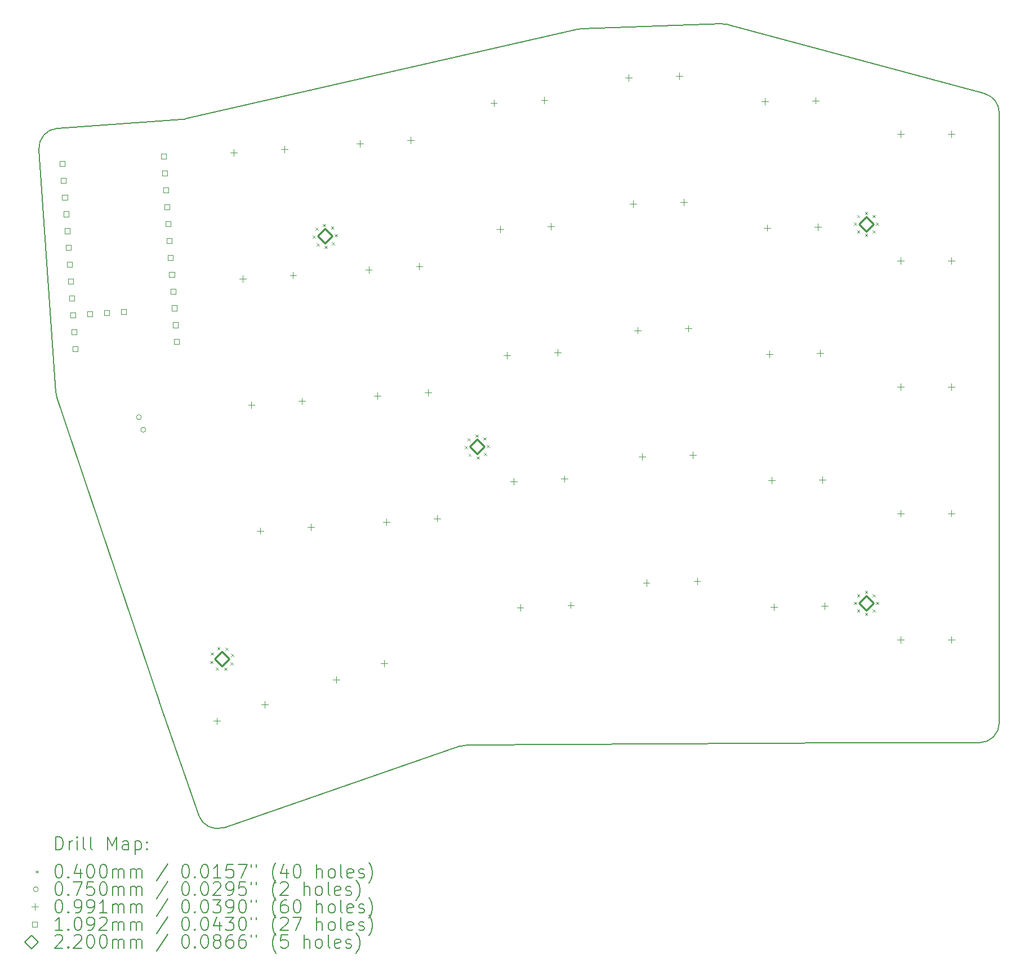
<source format=gbr>
%TF.GenerationSoftware,KiCad,Pcbnew,8.0.4*%
%TF.CreationDate,2024-08-23T23:48:50-04:00*%
%TF.ProjectId,right,72696768-742e-46b6-9963-61645f706362,v1.0.0*%
%TF.SameCoordinates,Original*%
%TF.FileFunction,Drillmap*%
%TF.FilePolarity,Positive*%
%FSLAX45Y45*%
G04 Gerber Fmt 4.5, Leading zero omitted, Abs format (unit mm)*
G04 Created by KiCad (PCBNEW 8.0.4) date 2024-08-23 23:48:50*
%MOMM*%
%LPD*%
G01*
G04 APERTURE LIST*
%ADD10C,0.150000*%
%ADD11C,0.200000*%
%ADD12C,0.100000*%
%ADD13C,0.109220*%
%ADD14C,0.220000*%
G04 APERTURE END LIST*
D10*
X36083627Y-20750000D02*
X36083627Y-11579834D01*
X35861715Y-11290176D02*
X32010571Y-10251960D01*
X31922013Y-10241801D02*
X29796985Y-10316009D01*
X29740510Y-10323391D02*
X23843992Y-11673234D01*
X23797974Y-11680068D02*
X21925877Y-11810977D01*
X21647535Y-12131174D02*
X21902946Y-15783732D01*
X21917943Y-15858663D02*
X23461502Y-20436178D01*
X23462120Y-20437990D02*
X24047830Y-22139018D01*
X24429156Y-22325003D02*
X27975600Y-21103864D01*
X28071334Y-21087526D02*
X33882659Y-21050006D01*
X33884596Y-21050000D02*
X35783627Y-21050000D01*
X35861715Y-11290175D02*
G75*
G02*
X36083627Y-11579834I-78088J-289659D01*
G01*
X31922013Y-10241801D02*
G75*
G02*
X32010571Y-10251960I10470J-299817D01*
G01*
X29740510Y-10323391D02*
G75*
G02*
X29796985Y-10316009I66945J-292435D01*
G01*
X23843992Y-11673234D02*
G75*
G02*
X23797974Y-11680068I-66945J292435D01*
G01*
X21647535Y-12131174D02*
G75*
G02*
X21925877Y-11810977I299269J20927D01*
G01*
X21917943Y-15858663D02*
G75*
G02*
X21902946Y-15783732I284273J95858D01*
G01*
X23462120Y-20437990D02*
G75*
G02*
X23461502Y-20436178I283656J97670D01*
G01*
X24429156Y-22325003D02*
G75*
G02*
X24047830Y-22139018I-97671J283656D01*
G01*
X27975600Y-21103864D02*
G75*
G02*
X28071334Y-21087526I97670J-283656D01*
G01*
X33882659Y-21050006D02*
G75*
G02*
X33884596Y-21050000I1937J-299994D01*
G01*
X36083627Y-20750000D02*
G75*
G02*
X35783627Y-21050000I-300000J0D01*
G01*
D11*
D12*
X24224941Y-19819567D02*
X24264941Y-19859567D01*
X24264941Y-19819567D02*
X24224941Y-19859567D01*
X24232651Y-19693517D02*
X24272651Y-19733517D01*
X24272651Y-19693517D02*
X24232651Y-19733517D01*
X24308621Y-19914150D02*
X24348621Y-19954150D01*
X24348621Y-19914150D02*
X24308621Y-19954150D01*
X24327233Y-19609838D02*
X24367233Y-19649838D01*
X24367233Y-19609838D02*
X24327233Y-19649838D01*
X24434671Y-19921859D02*
X24474671Y-19961859D01*
X24474671Y-19921859D02*
X24434671Y-19961859D01*
X24453283Y-19617548D02*
X24493283Y-19657548D01*
X24493283Y-19617548D02*
X24453283Y-19657548D01*
X24529253Y-19838180D02*
X24569253Y-19878180D01*
X24569253Y-19838180D02*
X24529253Y-19878180D01*
X24536963Y-19712130D02*
X24576963Y-19752130D01*
X24576963Y-19712130D02*
X24536963Y-19752130D01*
X25764316Y-13425809D02*
X25804316Y-13465809D01*
X25804316Y-13425809D02*
X25764316Y-13465809D01*
X25804387Y-13306049D02*
X25844387Y-13346049D01*
X25844387Y-13306049D02*
X25804387Y-13346049D01*
X25820664Y-13538826D02*
X25860664Y-13578826D01*
X25860664Y-13538826D02*
X25820664Y-13578826D01*
X25917404Y-13249701D02*
X25957404Y-13289701D01*
X25957404Y-13249701D02*
X25917404Y-13289701D01*
X25940424Y-13578897D02*
X25980424Y-13618897D01*
X25980424Y-13578897D02*
X25940424Y-13618897D01*
X26037164Y-13289772D02*
X26077164Y-13329772D01*
X26077164Y-13289772D02*
X26037164Y-13329772D01*
X26053441Y-13522549D02*
X26093441Y-13562549D01*
X26093441Y-13522549D02*
X26053441Y-13562549D01*
X26093512Y-13402789D02*
X26133512Y-13442789D01*
X26133512Y-13402789D02*
X26093512Y-13442789D01*
X28050631Y-16589127D02*
X28090631Y-16629127D01*
X28090631Y-16589127D02*
X28050631Y-16629127D01*
X28092786Y-16470085D02*
X28132786Y-16510085D01*
X28132786Y-16470085D02*
X28092786Y-16510085D01*
X28104998Y-16703111D02*
X28144998Y-16743111D01*
X28144998Y-16703111D02*
X28104998Y-16743111D01*
X28206769Y-16415718D02*
X28246769Y-16455718D01*
X28246769Y-16415718D02*
X28206769Y-16455718D01*
X28224040Y-16745266D02*
X28264040Y-16785266D01*
X28264040Y-16745266D02*
X28224040Y-16785266D01*
X28325811Y-16457873D02*
X28365811Y-16497873D01*
X28365811Y-16457873D02*
X28325811Y-16497873D01*
X28338024Y-16690898D02*
X28378024Y-16730898D01*
X28378024Y-16690898D02*
X28338024Y-16730898D01*
X28380179Y-16571857D02*
X28420179Y-16611857D01*
X28420179Y-16571857D02*
X28380179Y-16611857D01*
X33898627Y-13230000D02*
X33938627Y-13270000D01*
X33938627Y-13230000D02*
X33898627Y-13270000D01*
X33898627Y-18930000D02*
X33938627Y-18970000D01*
X33938627Y-18930000D02*
X33898627Y-18970000D01*
X33946954Y-13113327D02*
X33986954Y-13153327D01*
X33986954Y-13113327D02*
X33946954Y-13153327D01*
X33946954Y-13346673D02*
X33986954Y-13386673D01*
X33986954Y-13346673D02*
X33946954Y-13386673D01*
X33946954Y-18813327D02*
X33986954Y-18853327D01*
X33986954Y-18813327D02*
X33946954Y-18853327D01*
X33946954Y-19046673D02*
X33986954Y-19086673D01*
X33986954Y-19046673D02*
X33946954Y-19086673D01*
X34063627Y-13065000D02*
X34103627Y-13105000D01*
X34103627Y-13065000D02*
X34063627Y-13105000D01*
X34063627Y-13395000D02*
X34103627Y-13435000D01*
X34103627Y-13395000D02*
X34063627Y-13435000D01*
X34063627Y-18765000D02*
X34103627Y-18805000D01*
X34103627Y-18765000D02*
X34063627Y-18805000D01*
X34063627Y-19095000D02*
X34103627Y-19135000D01*
X34103627Y-19095000D02*
X34063627Y-19135000D01*
X34180299Y-13113327D02*
X34220299Y-13153327D01*
X34220299Y-13113327D02*
X34180299Y-13153327D01*
X34180299Y-13346673D02*
X34220299Y-13386673D01*
X34220299Y-13346673D02*
X34180299Y-13386673D01*
X34180299Y-18813327D02*
X34220299Y-18853327D01*
X34220299Y-18813327D02*
X34180299Y-18853327D01*
X34180299Y-19046673D02*
X34220299Y-19086673D01*
X34220299Y-19046673D02*
X34180299Y-19086673D01*
X34228627Y-13230000D02*
X34268627Y-13270000D01*
X34268627Y-13230000D02*
X34228627Y-13270000D01*
X34228627Y-18930000D02*
X34268627Y-18970000D01*
X34268627Y-18930000D02*
X34228627Y-18970000D01*
X23188270Y-16155057D02*
G75*
G02*
X23113270Y-16155057I-37500J0D01*
G01*
X23113270Y-16155057D02*
G75*
G02*
X23188270Y-16155057I37500J0D01*
G01*
X23253384Y-16344161D02*
G75*
G02*
X23178384Y-16344161I-37500J0D01*
G01*
X23178384Y-16344161D02*
G75*
G02*
X23253384Y-16344161I37500J0D01*
G01*
X24320698Y-20673506D02*
X24320698Y-20772566D01*
X24271168Y-20723036D02*
X24370228Y-20723036D01*
X24576863Y-12127415D02*
X24576863Y-12226475D01*
X24527333Y-12176945D02*
X24626393Y-12176945D01*
X24709400Y-14022787D02*
X24709400Y-14121847D01*
X24659870Y-14072317D02*
X24758930Y-14072317D01*
X24841938Y-15918159D02*
X24841938Y-16017219D01*
X24792408Y-15967689D02*
X24891468Y-15967689D01*
X24974475Y-17813531D02*
X24974475Y-17912591D01*
X24924945Y-17863061D02*
X25024005Y-17863061D01*
X25041183Y-20425423D02*
X25041183Y-20524483D01*
X24991653Y-20474953D02*
X25090713Y-20474953D01*
X25337007Y-12074261D02*
X25337007Y-12173321D01*
X25287477Y-12123791D02*
X25386537Y-12123791D01*
X25469544Y-13969633D02*
X25469544Y-14068693D01*
X25420014Y-14019163D02*
X25519074Y-14019163D01*
X25602082Y-15865004D02*
X25602082Y-15964064D01*
X25552552Y-15914534D02*
X25651612Y-15914534D01*
X25734619Y-17760376D02*
X25734619Y-17859436D01*
X25685089Y-17809906D02*
X25784149Y-17809906D01*
X26117183Y-20054927D02*
X26117183Y-20153987D01*
X26067653Y-20104457D02*
X26166713Y-20104457D01*
X26472235Y-11994878D02*
X26472235Y-12093938D01*
X26422705Y-12044408D02*
X26521765Y-12044408D01*
X26604772Y-13890250D02*
X26604772Y-13989310D01*
X26555242Y-13939780D02*
X26654302Y-13939780D01*
X26737309Y-15785622D02*
X26737309Y-15884682D01*
X26687779Y-15835152D02*
X26786839Y-15835152D01*
X26837668Y-19806844D02*
X26837668Y-19905904D01*
X26788138Y-19856374D02*
X26887198Y-19856374D01*
X26869847Y-17680993D02*
X26869847Y-17780053D01*
X26820317Y-17730523D02*
X26919377Y-17730523D01*
X27232379Y-11941724D02*
X27232379Y-12040784D01*
X27182849Y-11991254D02*
X27281909Y-11991254D01*
X27364916Y-13837095D02*
X27364916Y-13936155D01*
X27315386Y-13886625D02*
X27414446Y-13886625D01*
X27497453Y-15732467D02*
X27497453Y-15831527D01*
X27447923Y-15781997D02*
X27546983Y-15781997D01*
X27629991Y-17627839D02*
X27629991Y-17726899D01*
X27580461Y-17677369D02*
X27679521Y-17677369D01*
X28484163Y-11380857D02*
X28484163Y-11479917D01*
X28434633Y-11430387D02*
X28533693Y-11430387D01*
X28583601Y-13278254D02*
X28583601Y-13377314D01*
X28534071Y-13327784D02*
X28633131Y-13327784D01*
X28683040Y-15175650D02*
X28683040Y-15274710D01*
X28633510Y-15225180D02*
X28732570Y-15225180D01*
X28782478Y-17073046D02*
X28782478Y-17172106D01*
X28732948Y-17122576D02*
X28832008Y-17122576D01*
X28881916Y-18970442D02*
X28881916Y-19069502D01*
X28832386Y-19019972D02*
X28931446Y-19019972D01*
X29245119Y-11340977D02*
X29245119Y-11440037D01*
X29195589Y-11390507D02*
X29294649Y-11390507D01*
X29344557Y-13238374D02*
X29344557Y-13337434D01*
X29295027Y-13287904D02*
X29394087Y-13287904D01*
X29443996Y-15135770D02*
X29443996Y-15234830D01*
X29394466Y-15185300D02*
X29493526Y-15185300D01*
X29543434Y-17033166D02*
X29543434Y-17132226D01*
X29493904Y-17082696D02*
X29592964Y-17082696D01*
X29642872Y-18930562D02*
X29642872Y-19029622D01*
X29593342Y-18980092D02*
X29692402Y-18980092D01*
X30513481Y-11001922D02*
X30513481Y-11100982D01*
X30463951Y-11051452D02*
X30563011Y-11051452D01*
X30579790Y-12900764D02*
X30579790Y-12999824D01*
X30530260Y-12950294D02*
X30629320Y-12950294D01*
X30646099Y-14799607D02*
X30646099Y-14898667D01*
X30596569Y-14849137D02*
X30695629Y-14849137D01*
X30712408Y-16698449D02*
X30712408Y-16797509D01*
X30662878Y-16747979D02*
X30761938Y-16747979D01*
X30778717Y-18597292D02*
X30778717Y-18696352D01*
X30729187Y-18646822D02*
X30828247Y-18646822D01*
X31275017Y-10975328D02*
X31275017Y-11074388D01*
X31225487Y-11024858D02*
X31324547Y-11024858D01*
X31341326Y-12874171D02*
X31341326Y-12973231D01*
X31291796Y-12923701D02*
X31390856Y-12923701D01*
X31407635Y-14773013D02*
X31407635Y-14872073D01*
X31358105Y-14822543D02*
X31457165Y-14822543D01*
X31473944Y-16671856D02*
X31473944Y-16770916D01*
X31424414Y-16721386D02*
X31523474Y-16721386D01*
X31540253Y-18570698D02*
X31540253Y-18669758D01*
X31490723Y-18620228D02*
X31589783Y-18620228D01*
X32561320Y-11358353D02*
X32561320Y-11457413D01*
X32511790Y-11407883D02*
X32610850Y-11407883D01*
X32594480Y-13258064D02*
X32594480Y-13357124D01*
X32544950Y-13307594D02*
X32644010Y-13307594D01*
X32627639Y-15157774D02*
X32627639Y-15256834D01*
X32578109Y-15207304D02*
X32677169Y-15207304D01*
X32660799Y-17057485D02*
X32660799Y-17156545D01*
X32611269Y-17107015D02*
X32710329Y-17107015D01*
X32693958Y-18957196D02*
X32693958Y-19056256D01*
X32644428Y-19006726D02*
X32743488Y-19006726D01*
X33323204Y-11345054D02*
X33323204Y-11444114D01*
X33273674Y-11394584D02*
X33372734Y-11394584D01*
X33356364Y-13244765D02*
X33356364Y-13343825D01*
X33306834Y-13294295D02*
X33405894Y-13294295D01*
X33389523Y-15144475D02*
X33389523Y-15243535D01*
X33339993Y-15194005D02*
X33439053Y-15194005D01*
X33422683Y-17044186D02*
X33422683Y-17143246D01*
X33373153Y-17093716D02*
X33472213Y-17093716D01*
X33455842Y-18943897D02*
X33455842Y-19042957D01*
X33406312Y-18993427D02*
X33505372Y-18993427D01*
X34602627Y-11850470D02*
X34602627Y-11949530D01*
X34553097Y-11900000D02*
X34652157Y-11900000D01*
X34602627Y-13750470D02*
X34602627Y-13849530D01*
X34553097Y-13800000D02*
X34652157Y-13800000D01*
X34602627Y-15650470D02*
X34602627Y-15749530D01*
X34553097Y-15700000D02*
X34652157Y-15700000D01*
X34602627Y-17550470D02*
X34602627Y-17649530D01*
X34553097Y-17600000D02*
X34652157Y-17600000D01*
X34602627Y-19450470D02*
X34602627Y-19549530D01*
X34553097Y-19500000D02*
X34652157Y-19500000D01*
X35364627Y-11850470D02*
X35364627Y-11949530D01*
X35315097Y-11900000D02*
X35414157Y-11900000D01*
X35364627Y-13750470D02*
X35364627Y-13849530D01*
X35315097Y-13800000D02*
X35414157Y-13800000D01*
X35364627Y-15650470D02*
X35364627Y-15749530D01*
X35315097Y-15700000D02*
X35414157Y-15700000D01*
X35364627Y-17550470D02*
X35364627Y-17649530D01*
X35315097Y-17600000D02*
X35414157Y-17600000D01*
X35364627Y-19450470D02*
X35364627Y-19549530D01*
X35315097Y-19500000D02*
X35414157Y-19500000D01*
D13*
X22039580Y-12378644D02*
X22039580Y-12301413D01*
X21962349Y-12301413D01*
X21962349Y-12378644D01*
X22039580Y-12378644D01*
X22057298Y-12632025D02*
X22057298Y-12554794D01*
X21980067Y-12554794D01*
X21980067Y-12632025D01*
X22057298Y-12632025D01*
X22075016Y-12885406D02*
X22075016Y-12808175D01*
X21997785Y-12808175D01*
X21997785Y-12885406D01*
X22075016Y-12885406D01*
X22092734Y-13138788D02*
X22092734Y-13061557D01*
X22015503Y-13061557D01*
X22015503Y-13138788D01*
X22092734Y-13138788D01*
X22110453Y-13392169D02*
X22110453Y-13314938D01*
X22033222Y-13314938D01*
X22033222Y-13392169D01*
X22110453Y-13392169D01*
X22128171Y-13645550D02*
X22128171Y-13568319D01*
X22050940Y-13568319D01*
X22050940Y-13645550D01*
X22128171Y-13645550D01*
X22145889Y-13898932D02*
X22145889Y-13821701D01*
X22068658Y-13821701D01*
X22068658Y-13898932D01*
X22145889Y-13898932D01*
X22163607Y-14152313D02*
X22163607Y-14075082D01*
X22086376Y-14075082D01*
X22086376Y-14152313D01*
X22163607Y-14152313D01*
X22181325Y-14405694D02*
X22181325Y-14328463D01*
X22104094Y-14328463D01*
X22104094Y-14405694D01*
X22181325Y-14405694D01*
X22199043Y-14659075D02*
X22199043Y-14581844D01*
X22121812Y-14581844D01*
X22121812Y-14659075D01*
X22199043Y-14659075D01*
X22216761Y-14912457D02*
X22216761Y-14835226D01*
X22139530Y-14835226D01*
X22139530Y-14912457D01*
X22216761Y-14912457D01*
X22234480Y-15165838D02*
X22234480Y-15088607D01*
X22157249Y-15088607D01*
X22157249Y-15165838D01*
X22234480Y-15165838D01*
X22452425Y-14641357D02*
X22452425Y-14564126D01*
X22375194Y-14564126D01*
X22375194Y-14641357D01*
X22452425Y-14641357D01*
X22705806Y-14623639D02*
X22705806Y-14546408D01*
X22628575Y-14546408D01*
X22628575Y-14623639D01*
X22705806Y-14623639D01*
X22959187Y-14605921D02*
X22959187Y-14528690D01*
X22881956Y-14528690D01*
X22881956Y-14605921D01*
X22959187Y-14605921D01*
X23559868Y-12272335D02*
X23559868Y-12195104D01*
X23482637Y-12195104D01*
X23482637Y-12272335D01*
X23559868Y-12272335D01*
X23577586Y-12525716D02*
X23577586Y-12448485D01*
X23500355Y-12448485D01*
X23500355Y-12525716D01*
X23577586Y-12525716D01*
X23595304Y-12779098D02*
X23595304Y-12701867D01*
X23518073Y-12701867D01*
X23518073Y-12779098D01*
X23595304Y-12779098D01*
X23613022Y-13032479D02*
X23613022Y-12955248D01*
X23535791Y-12955248D01*
X23535791Y-13032479D01*
X23613022Y-13032479D01*
X23630740Y-13285860D02*
X23630740Y-13208629D01*
X23553509Y-13208629D01*
X23553509Y-13285860D01*
X23630740Y-13285860D01*
X23648458Y-13539241D02*
X23648458Y-13462010D01*
X23571227Y-13462010D01*
X23571227Y-13539241D01*
X23648458Y-13539241D01*
X23666176Y-13792623D02*
X23666176Y-13715392D01*
X23588945Y-13715392D01*
X23588945Y-13792623D01*
X23666176Y-13792623D01*
X23683895Y-14046004D02*
X23683895Y-13968773D01*
X23606664Y-13968773D01*
X23606664Y-14046004D01*
X23683895Y-14046004D01*
X23701613Y-14299385D02*
X23701613Y-14222154D01*
X23624382Y-14222154D01*
X23624382Y-14299385D01*
X23701613Y-14299385D01*
X23719331Y-14552766D02*
X23719331Y-14475535D01*
X23642100Y-14475535D01*
X23642100Y-14552766D01*
X23719331Y-14552766D01*
X23737049Y-14806148D02*
X23737049Y-14728917D01*
X23659818Y-14728917D01*
X23659818Y-14806148D01*
X23737049Y-14806148D01*
X23754767Y-15059529D02*
X23754767Y-14982298D01*
X23677536Y-14982298D01*
X23677536Y-15059529D01*
X23754767Y-15059529D01*
D14*
X24400952Y-19895849D02*
X24510952Y-19785849D01*
X24400952Y-19675849D01*
X24290952Y-19785849D01*
X24400952Y-19895849D01*
X25948914Y-13544299D02*
X26058914Y-13434299D01*
X25948914Y-13324299D01*
X25838914Y-13434299D01*
X25948914Y-13544299D01*
X28235405Y-16710492D02*
X28345405Y-16600492D01*
X28235405Y-16490492D01*
X28125405Y-16600492D01*
X28235405Y-16710492D01*
X34083627Y-13360000D02*
X34193627Y-13250000D01*
X34083627Y-13140000D01*
X33973627Y-13250000D01*
X34083627Y-13360000D01*
X34083627Y-19060000D02*
X34193627Y-18950000D01*
X34083627Y-18840000D01*
X33973627Y-18950000D01*
X34083627Y-19060000D01*
D11*
X21900081Y-22660331D02*
X21900081Y-22460331D01*
X21900081Y-22460331D02*
X21947700Y-22460331D01*
X21947700Y-22460331D02*
X21976271Y-22469855D01*
X21976271Y-22469855D02*
X21995319Y-22488902D01*
X21995319Y-22488902D02*
X22004842Y-22507950D01*
X22004842Y-22507950D02*
X22014366Y-22546045D01*
X22014366Y-22546045D02*
X22014366Y-22574617D01*
X22014366Y-22574617D02*
X22004842Y-22612712D01*
X22004842Y-22612712D02*
X21995319Y-22631759D01*
X21995319Y-22631759D02*
X21976271Y-22650807D01*
X21976271Y-22650807D02*
X21947700Y-22660331D01*
X21947700Y-22660331D02*
X21900081Y-22660331D01*
X22100081Y-22660331D02*
X22100081Y-22526998D01*
X22100081Y-22565093D02*
X22109604Y-22546045D01*
X22109604Y-22546045D02*
X22119128Y-22536521D01*
X22119128Y-22536521D02*
X22138176Y-22526998D01*
X22138176Y-22526998D02*
X22157223Y-22526998D01*
X22223890Y-22660331D02*
X22223890Y-22526998D01*
X22223890Y-22460331D02*
X22214366Y-22469855D01*
X22214366Y-22469855D02*
X22223890Y-22479379D01*
X22223890Y-22479379D02*
X22233414Y-22469855D01*
X22233414Y-22469855D02*
X22223890Y-22460331D01*
X22223890Y-22460331D02*
X22223890Y-22479379D01*
X22347700Y-22660331D02*
X22328652Y-22650807D01*
X22328652Y-22650807D02*
X22319128Y-22631759D01*
X22319128Y-22631759D02*
X22319128Y-22460331D01*
X22452461Y-22660331D02*
X22433414Y-22650807D01*
X22433414Y-22650807D02*
X22423890Y-22631759D01*
X22423890Y-22631759D02*
X22423890Y-22460331D01*
X22681033Y-22660331D02*
X22681033Y-22460331D01*
X22681033Y-22460331D02*
X22747700Y-22603188D01*
X22747700Y-22603188D02*
X22814366Y-22460331D01*
X22814366Y-22460331D02*
X22814366Y-22660331D01*
X22995319Y-22660331D02*
X22995319Y-22555569D01*
X22995319Y-22555569D02*
X22985795Y-22536521D01*
X22985795Y-22536521D02*
X22966747Y-22526998D01*
X22966747Y-22526998D02*
X22928652Y-22526998D01*
X22928652Y-22526998D02*
X22909604Y-22536521D01*
X22995319Y-22650807D02*
X22976271Y-22660331D01*
X22976271Y-22660331D02*
X22928652Y-22660331D01*
X22928652Y-22660331D02*
X22909604Y-22650807D01*
X22909604Y-22650807D02*
X22900080Y-22631759D01*
X22900080Y-22631759D02*
X22900080Y-22612712D01*
X22900080Y-22612712D02*
X22909604Y-22593664D01*
X22909604Y-22593664D02*
X22928652Y-22584140D01*
X22928652Y-22584140D02*
X22976271Y-22584140D01*
X22976271Y-22584140D02*
X22995319Y-22574617D01*
X23090557Y-22526998D02*
X23090557Y-22726998D01*
X23090557Y-22536521D02*
X23109604Y-22526998D01*
X23109604Y-22526998D02*
X23147700Y-22526998D01*
X23147700Y-22526998D02*
X23166747Y-22536521D01*
X23166747Y-22536521D02*
X23176271Y-22546045D01*
X23176271Y-22546045D02*
X23185795Y-22565093D01*
X23185795Y-22565093D02*
X23185795Y-22622236D01*
X23185795Y-22622236D02*
X23176271Y-22641283D01*
X23176271Y-22641283D02*
X23166747Y-22650807D01*
X23166747Y-22650807D02*
X23147700Y-22660331D01*
X23147700Y-22660331D02*
X23109604Y-22660331D01*
X23109604Y-22660331D02*
X23090557Y-22650807D01*
X23271509Y-22641283D02*
X23281033Y-22650807D01*
X23281033Y-22650807D02*
X23271509Y-22660331D01*
X23271509Y-22660331D02*
X23261985Y-22650807D01*
X23261985Y-22650807D02*
X23271509Y-22641283D01*
X23271509Y-22641283D02*
X23271509Y-22660331D01*
X23271509Y-22536521D02*
X23281033Y-22546045D01*
X23281033Y-22546045D02*
X23271509Y-22555569D01*
X23271509Y-22555569D02*
X23261985Y-22546045D01*
X23261985Y-22546045D02*
X23271509Y-22536521D01*
X23271509Y-22536521D02*
X23271509Y-22555569D01*
D12*
X21599304Y-22968847D02*
X21639304Y-23008847D01*
X21639304Y-22968847D02*
X21599304Y-23008847D01*
D11*
X21938176Y-22880331D02*
X21957223Y-22880331D01*
X21957223Y-22880331D02*
X21976271Y-22889855D01*
X21976271Y-22889855D02*
X21985795Y-22899379D01*
X21985795Y-22899379D02*
X21995319Y-22918426D01*
X21995319Y-22918426D02*
X22004842Y-22956521D01*
X22004842Y-22956521D02*
X22004842Y-23004140D01*
X22004842Y-23004140D02*
X21995319Y-23042236D01*
X21995319Y-23042236D02*
X21985795Y-23061283D01*
X21985795Y-23061283D02*
X21976271Y-23070807D01*
X21976271Y-23070807D02*
X21957223Y-23080331D01*
X21957223Y-23080331D02*
X21938176Y-23080331D01*
X21938176Y-23080331D02*
X21919128Y-23070807D01*
X21919128Y-23070807D02*
X21909604Y-23061283D01*
X21909604Y-23061283D02*
X21900081Y-23042236D01*
X21900081Y-23042236D02*
X21890557Y-23004140D01*
X21890557Y-23004140D02*
X21890557Y-22956521D01*
X21890557Y-22956521D02*
X21900081Y-22918426D01*
X21900081Y-22918426D02*
X21909604Y-22899379D01*
X21909604Y-22899379D02*
X21919128Y-22889855D01*
X21919128Y-22889855D02*
X21938176Y-22880331D01*
X22090557Y-23061283D02*
X22100081Y-23070807D01*
X22100081Y-23070807D02*
X22090557Y-23080331D01*
X22090557Y-23080331D02*
X22081033Y-23070807D01*
X22081033Y-23070807D02*
X22090557Y-23061283D01*
X22090557Y-23061283D02*
X22090557Y-23080331D01*
X22271509Y-22946998D02*
X22271509Y-23080331D01*
X22223890Y-22870807D02*
X22176271Y-23013664D01*
X22176271Y-23013664D02*
X22300081Y-23013664D01*
X22414366Y-22880331D02*
X22433414Y-22880331D01*
X22433414Y-22880331D02*
X22452461Y-22889855D01*
X22452461Y-22889855D02*
X22461985Y-22899379D01*
X22461985Y-22899379D02*
X22471509Y-22918426D01*
X22471509Y-22918426D02*
X22481033Y-22956521D01*
X22481033Y-22956521D02*
X22481033Y-23004140D01*
X22481033Y-23004140D02*
X22471509Y-23042236D01*
X22471509Y-23042236D02*
X22461985Y-23061283D01*
X22461985Y-23061283D02*
X22452461Y-23070807D01*
X22452461Y-23070807D02*
X22433414Y-23080331D01*
X22433414Y-23080331D02*
X22414366Y-23080331D01*
X22414366Y-23080331D02*
X22395319Y-23070807D01*
X22395319Y-23070807D02*
X22385795Y-23061283D01*
X22385795Y-23061283D02*
X22376271Y-23042236D01*
X22376271Y-23042236D02*
X22366747Y-23004140D01*
X22366747Y-23004140D02*
X22366747Y-22956521D01*
X22366747Y-22956521D02*
X22376271Y-22918426D01*
X22376271Y-22918426D02*
X22385795Y-22899379D01*
X22385795Y-22899379D02*
X22395319Y-22889855D01*
X22395319Y-22889855D02*
X22414366Y-22880331D01*
X22604842Y-22880331D02*
X22623890Y-22880331D01*
X22623890Y-22880331D02*
X22642938Y-22889855D01*
X22642938Y-22889855D02*
X22652461Y-22899379D01*
X22652461Y-22899379D02*
X22661985Y-22918426D01*
X22661985Y-22918426D02*
X22671509Y-22956521D01*
X22671509Y-22956521D02*
X22671509Y-23004140D01*
X22671509Y-23004140D02*
X22661985Y-23042236D01*
X22661985Y-23042236D02*
X22652461Y-23061283D01*
X22652461Y-23061283D02*
X22642938Y-23070807D01*
X22642938Y-23070807D02*
X22623890Y-23080331D01*
X22623890Y-23080331D02*
X22604842Y-23080331D01*
X22604842Y-23080331D02*
X22585795Y-23070807D01*
X22585795Y-23070807D02*
X22576271Y-23061283D01*
X22576271Y-23061283D02*
X22566747Y-23042236D01*
X22566747Y-23042236D02*
X22557223Y-23004140D01*
X22557223Y-23004140D02*
X22557223Y-22956521D01*
X22557223Y-22956521D02*
X22566747Y-22918426D01*
X22566747Y-22918426D02*
X22576271Y-22899379D01*
X22576271Y-22899379D02*
X22585795Y-22889855D01*
X22585795Y-22889855D02*
X22604842Y-22880331D01*
X22757223Y-23080331D02*
X22757223Y-22946998D01*
X22757223Y-22966045D02*
X22766747Y-22956521D01*
X22766747Y-22956521D02*
X22785795Y-22946998D01*
X22785795Y-22946998D02*
X22814366Y-22946998D01*
X22814366Y-22946998D02*
X22833414Y-22956521D01*
X22833414Y-22956521D02*
X22842938Y-22975569D01*
X22842938Y-22975569D02*
X22842938Y-23080331D01*
X22842938Y-22975569D02*
X22852461Y-22956521D01*
X22852461Y-22956521D02*
X22871509Y-22946998D01*
X22871509Y-22946998D02*
X22900080Y-22946998D01*
X22900080Y-22946998D02*
X22919128Y-22956521D01*
X22919128Y-22956521D02*
X22928652Y-22975569D01*
X22928652Y-22975569D02*
X22928652Y-23080331D01*
X23023890Y-23080331D02*
X23023890Y-22946998D01*
X23023890Y-22966045D02*
X23033414Y-22956521D01*
X23033414Y-22956521D02*
X23052461Y-22946998D01*
X23052461Y-22946998D02*
X23081033Y-22946998D01*
X23081033Y-22946998D02*
X23100081Y-22956521D01*
X23100081Y-22956521D02*
X23109604Y-22975569D01*
X23109604Y-22975569D02*
X23109604Y-23080331D01*
X23109604Y-22975569D02*
X23119128Y-22956521D01*
X23119128Y-22956521D02*
X23138176Y-22946998D01*
X23138176Y-22946998D02*
X23166747Y-22946998D01*
X23166747Y-22946998D02*
X23185795Y-22956521D01*
X23185795Y-22956521D02*
X23195319Y-22975569D01*
X23195319Y-22975569D02*
X23195319Y-23080331D01*
X23585795Y-22870807D02*
X23414366Y-23127950D01*
X23842938Y-22880331D02*
X23861985Y-22880331D01*
X23861985Y-22880331D02*
X23881033Y-22889855D01*
X23881033Y-22889855D02*
X23890557Y-22899379D01*
X23890557Y-22899379D02*
X23900081Y-22918426D01*
X23900081Y-22918426D02*
X23909604Y-22956521D01*
X23909604Y-22956521D02*
X23909604Y-23004140D01*
X23909604Y-23004140D02*
X23900081Y-23042236D01*
X23900081Y-23042236D02*
X23890557Y-23061283D01*
X23890557Y-23061283D02*
X23881033Y-23070807D01*
X23881033Y-23070807D02*
X23861985Y-23080331D01*
X23861985Y-23080331D02*
X23842938Y-23080331D01*
X23842938Y-23080331D02*
X23823890Y-23070807D01*
X23823890Y-23070807D02*
X23814366Y-23061283D01*
X23814366Y-23061283D02*
X23804843Y-23042236D01*
X23804843Y-23042236D02*
X23795319Y-23004140D01*
X23795319Y-23004140D02*
X23795319Y-22956521D01*
X23795319Y-22956521D02*
X23804843Y-22918426D01*
X23804843Y-22918426D02*
X23814366Y-22899379D01*
X23814366Y-22899379D02*
X23823890Y-22889855D01*
X23823890Y-22889855D02*
X23842938Y-22880331D01*
X23995319Y-23061283D02*
X24004843Y-23070807D01*
X24004843Y-23070807D02*
X23995319Y-23080331D01*
X23995319Y-23080331D02*
X23985795Y-23070807D01*
X23985795Y-23070807D02*
X23995319Y-23061283D01*
X23995319Y-23061283D02*
X23995319Y-23080331D01*
X24128652Y-22880331D02*
X24147700Y-22880331D01*
X24147700Y-22880331D02*
X24166747Y-22889855D01*
X24166747Y-22889855D02*
X24176271Y-22899379D01*
X24176271Y-22899379D02*
X24185795Y-22918426D01*
X24185795Y-22918426D02*
X24195319Y-22956521D01*
X24195319Y-22956521D02*
X24195319Y-23004140D01*
X24195319Y-23004140D02*
X24185795Y-23042236D01*
X24185795Y-23042236D02*
X24176271Y-23061283D01*
X24176271Y-23061283D02*
X24166747Y-23070807D01*
X24166747Y-23070807D02*
X24147700Y-23080331D01*
X24147700Y-23080331D02*
X24128652Y-23080331D01*
X24128652Y-23080331D02*
X24109604Y-23070807D01*
X24109604Y-23070807D02*
X24100081Y-23061283D01*
X24100081Y-23061283D02*
X24090557Y-23042236D01*
X24090557Y-23042236D02*
X24081033Y-23004140D01*
X24081033Y-23004140D02*
X24081033Y-22956521D01*
X24081033Y-22956521D02*
X24090557Y-22918426D01*
X24090557Y-22918426D02*
X24100081Y-22899379D01*
X24100081Y-22899379D02*
X24109604Y-22889855D01*
X24109604Y-22889855D02*
X24128652Y-22880331D01*
X24385795Y-23080331D02*
X24271509Y-23080331D01*
X24328652Y-23080331D02*
X24328652Y-22880331D01*
X24328652Y-22880331D02*
X24309604Y-22908902D01*
X24309604Y-22908902D02*
X24290557Y-22927950D01*
X24290557Y-22927950D02*
X24271509Y-22937474D01*
X24566747Y-22880331D02*
X24471509Y-22880331D01*
X24471509Y-22880331D02*
X24461985Y-22975569D01*
X24461985Y-22975569D02*
X24471509Y-22966045D01*
X24471509Y-22966045D02*
X24490557Y-22956521D01*
X24490557Y-22956521D02*
X24538176Y-22956521D01*
X24538176Y-22956521D02*
X24557224Y-22966045D01*
X24557224Y-22966045D02*
X24566747Y-22975569D01*
X24566747Y-22975569D02*
X24576271Y-22994617D01*
X24576271Y-22994617D02*
X24576271Y-23042236D01*
X24576271Y-23042236D02*
X24566747Y-23061283D01*
X24566747Y-23061283D02*
X24557224Y-23070807D01*
X24557224Y-23070807D02*
X24538176Y-23080331D01*
X24538176Y-23080331D02*
X24490557Y-23080331D01*
X24490557Y-23080331D02*
X24471509Y-23070807D01*
X24471509Y-23070807D02*
X24461985Y-23061283D01*
X24642938Y-22880331D02*
X24776271Y-22880331D01*
X24776271Y-22880331D02*
X24690557Y-23080331D01*
X24842938Y-22880331D02*
X24842938Y-22918426D01*
X24919128Y-22880331D02*
X24919128Y-22918426D01*
X25214367Y-23156521D02*
X25204843Y-23146998D01*
X25204843Y-23146998D02*
X25185795Y-23118426D01*
X25185795Y-23118426D02*
X25176271Y-23099379D01*
X25176271Y-23099379D02*
X25166747Y-23070807D01*
X25166747Y-23070807D02*
X25157224Y-23023188D01*
X25157224Y-23023188D02*
X25157224Y-22985093D01*
X25157224Y-22985093D02*
X25166747Y-22937474D01*
X25166747Y-22937474D02*
X25176271Y-22908902D01*
X25176271Y-22908902D02*
X25185795Y-22889855D01*
X25185795Y-22889855D02*
X25204843Y-22861283D01*
X25204843Y-22861283D02*
X25214367Y-22851759D01*
X25376271Y-22946998D02*
X25376271Y-23080331D01*
X25328652Y-22870807D02*
X25281033Y-23013664D01*
X25281033Y-23013664D02*
X25404843Y-23013664D01*
X25519128Y-22880331D02*
X25538176Y-22880331D01*
X25538176Y-22880331D02*
X25557224Y-22889855D01*
X25557224Y-22889855D02*
X25566747Y-22899379D01*
X25566747Y-22899379D02*
X25576271Y-22918426D01*
X25576271Y-22918426D02*
X25585795Y-22956521D01*
X25585795Y-22956521D02*
X25585795Y-23004140D01*
X25585795Y-23004140D02*
X25576271Y-23042236D01*
X25576271Y-23042236D02*
X25566747Y-23061283D01*
X25566747Y-23061283D02*
X25557224Y-23070807D01*
X25557224Y-23070807D02*
X25538176Y-23080331D01*
X25538176Y-23080331D02*
X25519128Y-23080331D01*
X25519128Y-23080331D02*
X25500081Y-23070807D01*
X25500081Y-23070807D02*
X25490557Y-23061283D01*
X25490557Y-23061283D02*
X25481033Y-23042236D01*
X25481033Y-23042236D02*
X25471509Y-23004140D01*
X25471509Y-23004140D02*
X25471509Y-22956521D01*
X25471509Y-22956521D02*
X25481033Y-22918426D01*
X25481033Y-22918426D02*
X25490557Y-22899379D01*
X25490557Y-22899379D02*
X25500081Y-22889855D01*
X25500081Y-22889855D02*
X25519128Y-22880331D01*
X25823890Y-23080331D02*
X25823890Y-22880331D01*
X25909605Y-23080331D02*
X25909605Y-22975569D01*
X25909605Y-22975569D02*
X25900081Y-22956521D01*
X25900081Y-22956521D02*
X25881033Y-22946998D01*
X25881033Y-22946998D02*
X25852462Y-22946998D01*
X25852462Y-22946998D02*
X25833414Y-22956521D01*
X25833414Y-22956521D02*
X25823890Y-22966045D01*
X26033414Y-23080331D02*
X26014367Y-23070807D01*
X26014367Y-23070807D02*
X26004843Y-23061283D01*
X26004843Y-23061283D02*
X25995319Y-23042236D01*
X25995319Y-23042236D02*
X25995319Y-22985093D01*
X25995319Y-22985093D02*
X26004843Y-22966045D01*
X26004843Y-22966045D02*
X26014367Y-22956521D01*
X26014367Y-22956521D02*
X26033414Y-22946998D01*
X26033414Y-22946998D02*
X26061986Y-22946998D01*
X26061986Y-22946998D02*
X26081033Y-22956521D01*
X26081033Y-22956521D02*
X26090557Y-22966045D01*
X26090557Y-22966045D02*
X26100081Y-22985093D01*
X26100081Y-22985093D02*
X26100081Y-23042236D01*
X26100081Y-23042236D02*
X26090557Y-23061283D01*
X26090557Y-23061283D02*
X26081033Y-23070807D01*
X26081033Y-23070807D02*
X26061986Y-23080331D01*
X26061986Y-23080331D02*
X26033414Y-23080331D01*
X26214367Y-23080331D02*
X26195319Y-23070807D01*
X26195319Y-23070807D02*
X26185795Y-23051759D01*
X26185795Y-23051759D02*
X26185795Y-22880331D01*
X26366748Y-23070807D02*
X26347700Y-23080331D01*
X26347700Y-23080331D02*
X26309605Y-23080331D01*
X26309605Y-23080331D02*
X26290557Y-23070807D01*
X26290557Y-23070807D02*
X26281033Y-23051759D01*
X26281033Y-23051759D02*
X26281033Y-22975569D01*
X26281033Y-22975569D02*
X26290557Y-22956521D01*
X26290557Y-22956521D02*
X26309605Y-22946998D01*
X26309605Y-22946998D02*
X26347700Y-22946998D01*
X26347700Y-22946998D02*
X26366748Y-22956521D01*
X26366748Y-22956521D02*
X26376271Y-22975569D01*
X26376271Y-22975569D02*
X26376271Y-22994617D01*
X26376271Y-22994617D02*
X26281033Y-23013664D01*
X26452462Y-23070807D02*
X26471509Y-23080331D01*
X26471509Y-23080331D02*
X26509605Y-23080331D01*
X26509605Y-23080331D02*
X26528652Y-23070807D01*
X26528652Y-23070807D02*
X26538176Y-23051759D01*
X26538176Y-23051759D02*
X26538176Y-23042236D01*
X26538176Y-23042236D02*
X26528652Y-23023188D01*
X26528652Y-23023188D02*
X26509605Y-23013664D01*
X26509605Y-23013664D02*
X26481033Y-23013664D01*
X26481033Y-23013664D02*
X26461986Y-23004140D01*
X26461986Y-23004140D02*
X26452462Y-22985093D01*
X26452462Y-22985093D02*
X26452462Y-22975569D01*
X26452462Y-22975569D02*
X26461986Y-22956521D01*
X26461986Y-22956521D02*
X26481033Y-22946998D01*
X26481033Y-22946998D02*
X26509605Y-22946998D01*
X26509605Y-22946998D02*
X26528652Y-22956521D01*
X26604843Y-23156521D02*
X26614367Y-23146998D01*
X26614367Y-23146998D02*
X26633414Y-23118426D01*
X26633414Y-23118426D02*
X26642938Y-23099379D01*
X26642938Y-23099379D02*
X26652462Y-23070807D01*
X26652462Y-23070807D02*
X26661986Y-23023188D01*
X26661986Y-23023188D02*
X26661986Y-22985093D01*
X26661986Y-22985093D02*
X26652462Y-22937474D01*
X26652462Y-22937474D02*
X26642938Y-22908902D01*
X26642938Y-22908902D02*
X26633414Y-22889855D01*
X26633414Y-22889855D02*
X26614367Y-22861283D01*
X26614367Y-22861283D02*
X26604843Y-22851759D01*
D12*
X21639304Y-23252847D02*
G75*
G02*
X21564304Y-23252847I-37500J0D01*
G01*
X21564304Y-23252847D02*
G75*
G02*
X21639304Y-23252847I37500J0D01*
G01*
D11*
X21938176Y-23144331D02*
X21957223Y-23144331D01*
X21957223Y-23144331D02*
X21976271Y-23153855D01*
X21976271Y-23153855D02*
X21985795Y-23163379D01*
X21985795Y-23163379D02*
X21995319Y-23182426D01*
X21995319Y-23182426D02*
X22004842Y-23220521D01*
X22004842Y-23220521D02*
X22004842Y-23268140D01*
X22004842Y-23268140D02*
X21995319Y-23306236D01*
X21995319Y-23306236D02*
X21985795Y-23325283D01*
X21985795Y-23325283D02*
X21976271Y-23334807D01*
X21976271Y-23334807D02*
X21957223Y-23344331D01*
X21957223Y-23344331D02*
X21938176Y-23344331D01*
X21938176Y-23344331D02*
X21919128Y-23334807D01*
X21919128Y-23334807D02*
X21909604Y-23325283D01*
X21909604Y-23325283D02*
X21900081Y-23306236D01*
X21900081Y-23306236D02*
X21890557Y-23268140D01*
X21890557Y-23268140D02*
X21890557Y-23220521D01*
X21890557Y-23220521D02*
X21900081Y-23182426D01*
X21900081Y-23182426D02*
X21909604Y-23163379D01*
X21909604Y-23163379D02*
X21919128Y-23153855D01*
X21919128Y-23153855D02*
X21938176Y-23144331D01*
X22090557Y-23325283D02*
X22100081Y-23334807D01*
X22100081Y-23334807D02*
X22090557Y-23344331D01*
X22090557Y-23344331D02*
X22081033Y-23334807D01*
X22081033Y-23334807D02*
X22090557Y-23325283D01*
X22090557Y-23325283D02*
X22090557Y-23344331D01*
X22166747Y-23144331D02*
X22300081Y-23144331D01*
X22300081Y-23144331D02*
X22214366Y-23344331D01*
X22471509Y-23144331D02*
X22376271Y-23144331D01*
X22376271Y-23144331D02*
X22366747Y-23239569D01*
X22366747Y-23239569D02*
X22376271Y-23230045D01*
X22376271Y-23230045D02*
X22395319Y-23220521D01*
X22395319Y-23220521D02*
X22442938Y-23220521D01*
X22442938Y-23220521D02*
X22461985Y-23230045D01*
X22461985Y-23230045D02*
X22471509Y-23239569D01*
X22471509Y-23239569D02*
X22481033Y-23258617D01*
X22481033Y-23258617D02*
X22481033Y-23306236D01*
X22481033Y-23306236D02*
X22471509Y-23325283D01*
X22471509Y-23325283D02*
X22461985Y-23334807D01*
X22461985Y-23334807D02*
X22442938Y-23344331D01*
X22442938Y-23344331D02*
X22395319Y-23344331D01*
X22395319Y-23344331D02*
X22376271Y-23334807D01*
X22376271Y-23334807D02*
X22366747Y-23325283D01*
X22604842Y-23144331D02*
X22623890Y-23144331D01*
X22623890Y-23144331D02*
X22642938Y-23153855D01*
X22642938Y-23153855D02*
X22652461Y-23163379D01*
X22652461Y-23163379D02*
X22661985Y-23182426D01*
X22661985Y-23182426D02*
X22671509Y-23220521D01*
X22671509Y-23220521D02*
X22671509Y-23268140D01*
X22671509Y-23268140D02*
X22661985Y-23306236D01*
X22661985Y-23306236D02*
X22652461Y-23325283D01*
X22652461Y-23325283D02*
X22642938Y-23334807D01*
X22642938Y-23334807D02*
X22623890Y-23344331D01*
X22623890Y-23344331D02*
X22604842Y-23344331D01*
X22604842Y-23344331D02*
X22585795Y-23334807D01*
X22585795Y-23334807D02*
X22576271Y-23325283D01*
X22576271Y-23325283D02*
X22566747Y-23306236D01*
X22566747Y-23306236D02*
X22557223Y-23268140D01*
X22557223Y-23268140D02*
X22557223Y-23220521D01*
X22557223Y-23220521D02*
X22566747Y-23182426D01*
X22566747Y-23182426D02*
X22576271Y-23163379D01*
X22576271Y-23163379D02*
X22585795Y-23153855D01*
X22585795Y-23153855D02*
X22604842Y-23144331D01*
X22757223Y-23344331D02*
X22757223Y-23210998D01*
X22757223Y-23230045D02*
X22766747Y-23220521D01*
X22766747Y-23220521D02*
X22785795Y-23210998D01*
X22785795Y-23210998D02*
X22814366Y-23210998D01*
X22814366Y-23210998D02*
X22833414Y-23220521D01*
X22833414Y-23220521D02*
X22842938Y-23239569D01*
X22842938Y-23239569D02*
X22842938Y-23344331D01*
X22842938Y-23239569D02*
X22852461Y-23220521D01*
X22852461Y-23220521D02*
X22871509Y-23210998D01*
X22871509Y-23210998D02*
X22900080Y-23210998D01*
X22900080Y-23210998D02*
X22919128Y-23220521D01*
X22919128Y-23220521D02*
X22928652Y-23239569D01*
X22928652Y-23239569D02*
X22928652Y-23344331D01*
X23023890Y-23344331D02*
X23023890Y-23210998D01*
X23023890Y-23230045D02*
X23033414Y-23220521D01*
X23033414Y-23220521D02*
X23052461Y-23210998D01*
X23052461Y-23210998D02*
X23081033Y-23210998D01*
X23081033Y-23210998D02*
X23100081Y-23220521D01*
X23100081Y-23220521D02*
X23109604Y-23239569D01*
X23109604Y-23239569D02*
X23109604Y-23344331D01*
X23109604Y-23239569D02*
X23119128Y-23220521D01*
X23119128Y-23220521D02*
X23138176Y-23210998D01*
X23138176Y-23210998D02*
X23166747Y-23210998D01*
X23166747Y-23210998D02*
X23185795Y-23220521D01*
X23185795Y-23220521D02*
X23195319Y-23239569D01*
X23195319Y-23239569D02*
X23195319Y-23344331D01*
X23585795Y-23134807D02*
X23414366Y-23391950D01*
X23842938Y-23144331D02*
X23861985Y-23144331D01*
X23861985Y-23144331D02*
X23881033Y-23153855D01*
X23881033Y-23153855D02*
X23890557Y-23163379D01*
X23890557Y-23163379D02*
X23900081Y-23182426D01*
X23900081Y-23182426D02*
X23909604Y-23220521D01*
X23909604Y-23220521D02*
X23909604Y-23268140D01*
X23909604Y-23268140D02*
X23900081Y-23306236D01*
X23900081Y-23306236D02*
X23890557Y-23325283D01*
X23890557Y-23325283D02*
X23881033Y-23334807D01*
X23881033Y-23334807D02*
X23861985Y-23344331D01*
X23861985Y-23344331D02*
X23842938Y-23344331D01*
X23842938Y-23344331D02*
X23823890Y-23334807D01*
X23823890Y-23334807D02*
X23814366Y-23325283D01*
X23814366Y-23325283D02*
X23804843Y-23306236D01*
X23804843Y-23306236D02*
X23795319Y-23268140D01*
X23795319Y-23268140D02*
X23795319Y-23220521D01*
X23795319Y-23220521D02*
X23804843Y-23182426D01*
X23804843Y-23182426D02*
X23814366Y-23163379D01*
X23814366Y-23163379D02*
X23823890Y-23153855D01*
X23823890Y-23153855D02*
X23842938Y-23144331D01*
X23995319Y-23325283D02*
X24004843Y-23334807D01*
X24004843Y-23334807D02*
X23995319Y-23344331D01*
X23995319Y-23344331D02*
X23985795Y-23334807D01*
X23985795Y-23334807D02*
X23995319Y-23325283D01*
X23995319Y-23325283D02*
X23995319Y-23344331D01*
X24128652Y-23144331D02*
X24147700Y-23144331D01*
X24147700Y-23144331D02*
X24166747Y-23153855D01*
X24166747Y-23153855D02*
X24176271Y-23163379D01*
X24176271Y-23163379D02*
X24185795Y-23182426D01*
X24185795Y-23182426D02*
X24195319Y-23220521D01*
X24195319Y-23220521D02*
X24195319Y-23268140D01*
X24195319Y-23268140D02*
X24185795Y-23306236D01*
X24185795Y-23306236D02*
X24176271Y-23325283D01*
X24176271Y-23325283D02*
X24166747Y-23334807D01*
X24166747Y-23334807D02*
X24147700Y-23344331D01*
X24147700Y-23344331D02*
X24128652Y-23344331D01*
X24128652Y-23344331D02*
X24109604Y-23334807D01*
X24109604Y-23334807D02*
X24100081Y-23325283D01*
X24100081Y-23325283D02*
X24090557Y-23306236D01*
X24090557Y-23306236D02*
X24081033Y-23268140D01*
X24081033Y-23268140D02*
X24081033Y-23220521D01*
X24081033Y-23220521D02*
X24090557Y-23182426D01*
X24090557Y-23182426D02*
X24100081Y-23163379D01*
X24100081Y-23163379D02*
X24109604Y-23153855D01*
X24109604Y-23153855D02*
X24128652Y-23144331D01*
X24271509Y-23163379D02*
X24281033Y-23153855D01*
X24281033Y-23153855D02*
X24300081Y-23144331D01*
X24300081Y-23144331D02*
X24347700Y-23144331D01*
X24347700Y-23144331D02*
X24366747Y-23153855D01*
X24366747Y-23153855D02*
X24376271Y-23163379D01*
X24376271Y-23163379D02*
X24385795Y-23182426D01*
X24385795Y-23182426D02*
X24385795Y-23201474D01*
X24385795Y-23201474D02*
X24376271Y-23230045D01*
X24376271Y-23230045D02*
X24261985Y-23344331D01*
X24261985Y-23344331D02*
X24385795Y-23344331D01*
X24481033Y-23344331D02*
X24519128Y-23344331D01*
X24519128Y-23344331D02*
X24538176Y-23334807D01*
X24538176Y-23334807D02*
X24547700Y-23325283D01*
X24547700Y-23325283D02*
X24566747Y-23296712D01*
X24566747Y-23296712D02*
X24576271Y-23258617D01*
X24576271Y-23258617D02*
X24576271Y-23182426D01*
X24576271Y-23182426D02*
X24566747Y-23163379D01*
X24566747Y-23163379D02*
X24557224Y-23153855D01*
X24557224Y-23153855D02*
X24538176Y-23144331D01*
X24538176Y-23144331D02*
X24500081Y-23144331D01*
X24500081Y-23144331D02*
X24481033Y-23153855D01*
X24481033Y-23153855D02*
X24471509Y-23163379D01*
X24471509Y-23163379D02*
X24461985Y-23182426D01*
X24461985Y-23182426D02*
X24461985Y-23230045D01*
X24461985Y-23230045D02*
X24471509Y-23249093D01*
X24471509Y-23249093D02*
X24481033Y-23258617D01*
X24481033Y-23258617D02*
X24500081Y-23268140D01*
X24500081Y-23268140D02*
X24538176Y-23268140D01*
X24538176Y-23268140D02*
X24557224Y-23258617D01*
X24557224Y-23258617D02*
X24566747Y-23249093D01*
X24566747Y-23249093D02*
X24576271Y-23230045D01*
X24757224Y-23144331D02*
X24661985Y-23144331D01*
X24661985Y-23144331D02*
X24652462Y-23239569D01*
X24652462Y-23239569D02*
X24661985Y-23230045D01*
X24661985Y-23230045D02*
X24681033Y-23220521D01*
X24681033Y-23220521D02*
X24728652Y-23220521D01*
X24728652Y-23220521D02*
X24747700Y-23230045D01*
X24747700Y-23230045D02*
X24757224Y-23239569D01*
X24757224Y-23239569D02*
X24766747Y-23258617D01*
X24766747Y-23258617D02*
X24766747Y-23306236D01*
X24766747Y-23306236D02*
X24757224Y-23325283D01*
X24757224Y-23325283D02*
X24747700Y-23334807D01*
X24747700Y-23334807D02*
X24728652Y-23344331D01*
X24728652Y-23344331D02*
X24681033Y-23344331D01*
X24681033Y-23344331D02*
X24661985Y-23334807D01*
X24661985Y-23334807D02*
X24652462Y-23325283D01*
X24842938Y-23144331D02*
X24842938Y-23182426D01*
X24919128Y-23144331D02*
X24919128Y-23182426D01*
X25214367Y-23420521D02*
X25204843Y-23410998D01*
X25204843Y-23410998D02*
X25185795Y-23382426D01*
X25185795Y-23382426D02*
X25176271Y-23363379D01*
X25176271Y-23363379D02*
X25166747Y-23334807D01*
X25166747Y-23334807D02*
X25157224Y-23287188D01*
X25157224Y-23287188D02*
X25157224Y-23249093D01*
X25157224Y-23249093D02*
X25166747Y-23201474D01*
X25166747Y-23201474D02*
X25176271Y-23172902D01*
X25176271Y-23172902D02*
X25185795Y-23153855D01*
X25185795Y-23153855D02*
X25204843Y-23125283D01*
X25204843Y-23125283D02*
X25214367Y-23115759D01*
X25281033Y-23163379D02*
X25290557Y-23153855D01*
X25290557Y-23153855D02*
X25309605Y-23144331D01*
X25309605Y-23144331D02*
X25357224Y-23144331D01*
X25357224Y-23144331D02*
X25376271Y-23153855D01*
X25376271Y-23153855D02*
X25385795Y-23163379D01*
X25385795Y-23163379D02*
X25395319Y-23182426D01*
X25395319Y-23182426D02*
X25395319Y-23201474D01*
X25395319Y-23201474D02*
X25385795Y-23230045D01*
X25385795Y-23230045D02*
X25271509Y-23344331D01*
X25271509Y-23344331D02*
X25395319Y-23344331D01*
X25633414Y-23344331D02*
X25633414Y-23144331D01*
X25719128Y-23344331D02*
X25719128Y-23239569D01*
X25719128Y-23239569D02*
X25709605Y-23220521D01*
X25709605Y-23220521D02*
X25690557Y-23210998D01*
X25690557Y-23210998D02*
X25661986Y-23210998D01*
X25661986Y-23210998D02*
X25642938Y-23220521D01*
X25642938Y-23220521D02*
X25633414Y-23230045D01*
X25842938Y-23344331D02*
X25823890Y-23334807D01*
X25823890Y-23334807D02*
X25814367Y-23325283D01*
X25814367Y-23325283D02*
X25804843Y-23306236D01*
X25804843Y-23306236D02*
X25804843Y-23249093D01*
X25804843Y-23249093D02*
X25814367Y-23230045D01*
X25814367Y-23230045D02*
X25823890Y-23220521D01*
X25823890Y-23220521D02*
X25842938Y-23210998D01*
X25842938Y-23210998D02*
X25871509Y-23210998D01*
X25871509Y-23210998D02*
X25890557Y-23220521D01*
X25890557Y-23220521D02*
X25900081Y-23230045D01*
X25900081Y-23230045D02*
X25909605Y-23249093D01*
X25909605Y-23249093D02*
X25909605Y-23306236D01*
X25909605Y-23306236D02*
X25900081Y-23325283D01*
X25900081Y-23325283D02*
X25890557Y-23334807D01*
X25890557Y-23334807D02*
X25871509Y-23344331D01*
X25871509Y-23344331D02*
X25842938Y-23344331D01*
X26023890Y-23344331D02*
X26004843Y-23334807D01*
X26004843Y-23334807D02*
X25995319Y-23315759D01*
X25995319Y-23315759D02*
X25995319Y-23144331D01*
X26176271Y-23334807D02*
X26157224Y-23344331D01*
X26157224Y-23344331D02*
X26119128Y-23344331D01*
X26119128Y-23344331D02*
X26100081Y-23334807D01*
X26100081Y-23334807D02*
X26090557Y-23315759D01*
X26090557Y-23315759D02*
X26090557Y-23239569D01*
X26090557Y-23239569D02*
X26100081Y-23220521D01*
X26100081Y-23220521D02*
X26119128Y-23210998D01*
X26119128Y-23210998D02*
X26157224Y-23210998D01*
X26157224Y-23210998D02*
X26176271Y-23220521D01*
X26176271Y-23220521D02*
X26185795Y-23239569D01*
X26185795Y-23239569D02*
X26185795Y-23258617D01*
X26185795Y-23258617D02*
X26090557Y-23277664D01*
X26261986Y-23334807D02*
X26281033Y-23344331D01*
X26281033Y-23344331D02*
X26319128Y-23344331D01*
X26319128Y-23344331D02*
X26338176Y-23334807D01*
X26338176Y-23334807D02*
X26347700Y-23315759D01*
X26347700Y-23315759D02*
X26347700Y-23306236D01*
X26347700Y-23306236D02*
X26338176Y-23287188D01*
X26338176Y-23287188D02*
X26319128Y-23277664D01*
X26319128Y-23277664D02*
X26290557Y-23277664D01*
X26290557Y-23277664D02*
X26271509Y-23268140D01*
X26271509Y-23268140D02*
X26261986Y-23249093D01*
X26261986Y-23249093D02*
X26261986Y-23239569D01*
X26261986Y-23239569D02*
X26271509Y-23220521D01*
X26271509Y-23220521D02*
X26290557Y-23210998D01*
X26290557Y-23210998D02*
X26319128Y-23210998D01*
X26319128Y-23210998D02*
X26338176Y-23220521D01*
X26414367Y-23420521D02*
X26423890Y-23410998D01*
X26423890Y-23410998D02*
X26442938Y-23382426D01*
X26442938Y-23382426D02*
X26452462Y-23363379D01*
X26452462Y-23363379D02*
X26461986Y-23334807D01*
X26461986Y-23334807D02*
X26471509Y-23287188D01*
X26471509Y-23287188D02*
X26471509Y-23249093D01*
X26471509Y-23249093D02*
X26461986Y-23201474D01*
X26461986Y-23201474D02*
X26452462Y-23172902D01*
X26452462Y-23172902D02*
X26442938Y-23153855D01*
X26442938Y-23153855D02*
X26423890Y-23125283D01*
X26423890Y-23125283D02*
X26414367Y-23115759D01*
D12*
X21589774Y-23467317D02*
X21589774Y-23566377D01*
X21540244Y-23516847D02*
X21639304Y-23516847D01*
D11*
X21938176Y-23408331D02*
X21957223Y-23408331D01*
X21957223Y-23408331D02*
X21976271Y-23417855D01*
X21976271Y-23417855D02*
X21985795Y-23427379D01*
X21985795Y-23427379D02*
X21995319Y-23446426D01*
X21995319Y-23446426D02*
X22004842Y-23484521D01*
X22004842Y-23484521D02*
X22004842Y-23532140D01*
X22004842Y-23532140D02*
X21995319Y-23570236D01*
X21995319Y-23570236D02*
X21985795Y-23589283D01*
X21985795Y-23589283D02*
X21976271Y-23598807D01*
X21976271Y-23598807D02*
X21957223Y-23608331D01*
X21957223Y-23608331D02*
X21938176Y-23608331D01*
X21938176Y-23608331D02*
X21919128Y-23598807D01*
X21919128Y-23598807D02*
X21909604Y-23589283D01*
X21909604Y-23589283D02*
X21900081Y-23570236D01*
X21900081Y-23570236D02*
X21890557Y-23532140D01*
X21890557Y-23532140D02*
X21890557Y-23484521D01*
X21890557Y-23484521D02*
X21900081Y-23446426D01*
X21900081Y-23446426D02*
X21909604Y-23427379D01*
X21909604Y-23427379D02*
X21919128Y-23417855D01*
X21919128Y-23417855D02*
X21938176Y-23408331D01*
X22090557Y-23589283D02*
X22100081Y-23598807D01*
X22100081Y-23598807D02*
X22090557Y-23608331D01*
X22090557Y-23608331D02*
X22081033Y-23598807D01*
X22081033Y-23598807D02*
X22090557Y-23589283D01*
X22090557Y-23589283D02*
X22090557Y-23608331D01*
X22195319Y-23608331D02*
X22233414Y-23608331D01*
X22233414Y-23608331D02*
X22252462Y-23598807D01*
X22252462Y-23598807D02*
X22261985Y-23589283D01*
X22261985Y-23589283D02*
X22281033Y-23560712D01*
X22281033Y-23560712D02*
X22290557Y-23522617D01*
X22290557Y-23522617D02*
X22290557Y-23446426D01*
X22290557Y-23446426D02*
X22281033Y-23427379D01*
X22281033Y-23427379D02*
X22271509Y-23417855D01*
X22271509Y-23417855D02*
X22252462Y-23408331D01*
X22252462Y-23408331D02*
X22214366Y-23408331D01*
X22214366Y-23408331D02*
X22195319Y-23417855D01*
X22195319Y-23417855D02*
X22185795Y-23427379D01*
X22185795Y-23427379D02*
X22176271Y-23446426D01*
X22176271Y-23446426D02*
X22176271Y-23494045D01*
X22176271Y-23494045D02*
X22185795Y-23513093D01*
X22185795Y-23513093D02*
X22195319Y-23522617D01*
X22195319Y-23522617D02*
X22214366Y-23532140D01*
X22214366Y-23532140D02*
X22252462Y-23532140D01*
X22252462Y-23532140D02*
X22271509Y-23522617D01*
X22271509Y-23522617D02*
X22281033Y-23513093D01*
X22281033Y-23513093D02*
X22290557Y-23494045D01*
X22385795Y-23608331D02*
X22423890Y-23608331D01*
X22423890Y-23608331D02*
X22442938Y-23598807D01*
X22442938Y-23598807D02*
X22452461Y-23589283D01*
X22452461Y-23589283D02*
X22471509Y-23560712D01*
X22471509Y-23560712D02*
X22481033Y-23522617D01*
X22481033Y-23522617D02*
X22481033Y-23446426D01*
X22481033Y-23446426D02*
X22471509Y-23427379D01*
X22471509Y-23427379D02*
X22461985Y-23417855D01*
X22461985Y-23417855D02*
X22442938Y-23408331D01*
X22442938Y-23408331D02*
X22404842Y-23408331D01*
X22404842Y-23408331D02*
X22385795Y-23417855D01*
X22385795Y-23417855D02*
X22376271Y-23427379D01*
X22376271Y-23427379D02*
X22366747Y-23446426D01*
X22366747Y-23446426D02*
X22366747Y-23494045D01*
X22366747Y-23494045D02*
X22376271Y-23513093D01*
X22376271Y-23513093D02*
X22385795Y-23522617D01*
X22385795Y-23522617D02*
X22404842Y-23532140D01*
X22404842Y-23532140D02*
X22442938Y-23532140D01*
X22442938Y-23532140D02*
X22461985Y-23522617D01*
X22461985Y-23522617D02*
X22471509Y-23513093D01*
X22471509Y-23513093D02*
X22481033Y-23494045D01*
X22671509Y-23608331D02*
X22557223Y-23608331D01*
X22614366Y-23608331D02*
X22614366Y-23408331D01*
X22614366Y-23408331D02*
X22595319Y-23436902D01*
X22595319Y-23436902D02*
X22576271Y-23455950D01*
X22576271Y-23455950D02*
X22557223Y-23465474D01*
X22757223Y-23608331D02*
X22757223Y-23474998D01*
X22757223Y-23494045D02*
X22766747Y-23484521D01*
X22766747Y-23484521D02*
X22785795Y-23474998D01*
X22785795Y-23474998D02*
X22814366Y-23474998D01*
X22814366Y-23474998D02*
X22833414Y-23484521D01*
X22833414Y-23484521D02*
X22842938Y-23503569D01*
X22842938Y-23503569D02*
X22842938Y-23608331D01*
X22842938Y-23503569D02*
X22852461Y-23484521D01*
X22852461Y-23484521D02*
X22871509Y-23474998D01*
X22871509Y-23474998D02*
X22900080Y-23474998D01*
X22900080Y-23474998D02*
X22919128Y-23484521D01*
X22919128Y-23484521D02*
X22928652Y-23503569D01*
X22928652Y-23503569D02*
X22928652Y-23608331D01*
X23023890Y-23608331D02*
X23023890Y-23474998D01*
X23023890Y-23494045D02*
X23033414Y-23484521D01*
X23033414Y-23484521D02*
X23052461Y-23474998D01*
X23052461Y-23474998D02*
X23081033Y-23474998D01*
X23081033Y-23474998D02*
X23100081Y-23484521D01*
X23100081Y-23484521D02*
X23109604Y-23503569D01*
X23109604Y-23503569D02*
X23109604Y-23608331D01*
X23109604Y-23503569D02*
X23119128Y-23484521D01*
X23119128Y-23484521D02*
X23138176Y-23474998D01*
X23138176Y-23474998D02*
X23166747Y-23474998D01*
X23166747Y-23474998D02*
X23185795Y-23484521D01*
X23185795Y-23484521D02*
X23195319Y-23503569D01*
X23195319Y-23503569D02*
X23195319Y-23608331D01*
X23585795Y-23398807D02*
X23414366Y-23655950D01*
X23842938Y-23408331D02*
X23861985Y-23408331D01*
X23861985Y-23408331D02*
X23881033Y-23417855D01*
X23881033Y-23417855D02*
X23890557Y-23427379D01*
X23890557Y-23427379D02*
X23900081Y-23446426D01*
X23900081Y-23446426D02*
X23909604Y-23484521D01*
X23909604Y-23484521D02*
X23909604Y-23532140D01*
X23909604Y-23532140D02*
X23900081Y-23570236D01*
X23900081Y-23570236D02*
X23890557Y-23589283D01*
X23890557Y-23589283D02*
X23881033Y-23598807D01*
X23881033Y-23598807D02*
X23861985Y-23608331D01*
X23861985Y-23608331D02*
X23842938Y-23608331D01*
X23842938Y-23608331D02*
X23823890Y-23598807D01*
X23823890Y-23598807D02*
X23814366Y-23589283D01*
X23814366Y-23589283D02*
X23804843Y-23570236D01*
X23804843Y-23570236D02*
X23795319Y-23532140D01*
X23795319Y-23532140D02*
X23795319Y-23484521D01*
X23795319Y-23484521D02*
X23804843Y-23446426D01*
X23804843Y-23446426D02*
X23814366Y-23427379D01*
X23814366Y-23427379D02*
X23823890Y-23417855D01*
X23823890Y-23417855D02*
X23842938Y-23408331D01*
X23995319Y-23589283D02*
X24004843Y-23598807D01*
X24004843Y-23598807D02*
X23995319Y-23608331D01*
X23995319Y-23608331D02*
X23985795Y-23598807D01*
X23985795Y-23598807D02*
X23995319Y-23589283D01*
X23995319Y-23589283D02*
X23995319Y-23608331D01*
X24128652Y-23408331D02*
X24147700Y-23408331D01*
X24147700Y-23408331D02*
X24166747Y-23417855D01*
X24166747Y-23417855D02*
X24176271Y-23427379D01*
X24176271Y-23427379D02*
X24185795Y-23446426D01*
X24185795Y-23446426D02*
X24195319Y-23484521D01*
X24195319Y-23484521D02*
X24195319Y-23532140D01*
X24195319Y-23532140D02*
X24185795Y-23570236D01*
X24185795Y-23570236D02*
X24176271Y-23589283D01*
X24176271Y-23589283D02*
X24166747Y-23598807D01*
X24166747Y-23598807D02*
X24147700Y-23608331D01*
X24147700Y-23608331D02*
X24128652Y-23608331D01*
X24128652Y-23608331D02*
X24109604Y-23598807D01*
X24109604Y-23598807D02*
X24100081Y-23589283D01*
X24100081Y-23589283D02*
X24090557Y-23570236D01*
X24090557Y-23570236D02*
X24081033Y-23532140D01*
X24081033Y-23532140D02*
X24081033Y-23484521D01*
X24081033Y-23484521D02*
X24090557Y-23446426D01*
X24090557Y-23446426D02*
X24100081Y-23427379D01*
X24100081Y-23427379D02*
X24109604Y-23417855D01*
X24109604Y-23417855D02*
X24128652Y-23408331D01*
X24261985Y-23408331D02*
X24385795Y-23408331D01*
X24385795Y-23408331D02*
X24319128Y-23484521D01*
X24319128Y-23484521D02*
X24347700Y-23484521D01*
X24347700Y-23484521D02*
X24366747Y-23494045D01*
X24366747Y-23494045D02*
X24376271Y-23503569D01*
X24376271Y-23503569D02*
X24385795Y-23522617D01*
X24385795Y-23522617D02*
X24385795Y-23570236D01*
X24385795Y-23570236D02*
X24376271Y-23589283D01*
X24376271Y-23589283D02*
X24366747Y-23598807D01*
X24366747Y-23598807D02*
X24347700Y-23608331D01*
X24347700Y-23608331D02*
X24290557Y-23608331D01*
X24290557Y-23608331D02*
X24271509Y-23598807D01*
X24271509Y-23598807D02*
X24261985Y-23589283D01*
X24481033Y-23608331D02*
X24519128Y-23608331D01*
X24519128Y-23608331D02*
X24538176Y-23598807D01*
X24538176Y-23598807D02*
X24547700Y-23589283D01*
X24547700Y-23589283D02*
X24566747Y-23560712D01*
X24566747Y-23560712D02*
X24576271Y-23522617D01*
X24576271Y-23522617D02*
X24576271Y-23446426D01*
X24576271Y-23446426D02*
X24566747Y-23427379D01*
X24566747Y-23427379D02*
X24557224Y-23417855D01*
X24557224Y-23417855D02*
X24538176Y-23408331D01*
X24538176Y-23408331D02*
X24500081Y-23408331D01*
X24500081Y-23408331D02*
X24481033Y-23417855D01*
X24481033Y-23417855D02*
X24471509Y-23427379D01*
X24471509Y-23427379D02*
X24461985Y-23446426D01*
X24461985Y-23446426D02*
X24461985Y-23494045D01*
X24461985Y-23494045D02*
X24471509Y-23513093D01*
X24471509Y-23513093D02*
X24481033Y-23522617D01*
X24481033Y-23522617D02*
X24500081Y-23532140D01*
X24500081Y-23532140D02*
X24538176Y-23532140D01*
X24538176Y-23532140D02*
X24557224Y-23522617D01*
X24557224Y-23522617D02*
X24566747Y-23513093D01*
X24566747Y-23513093D02*
X24576271Y-23494045D01*
X24700081Y-23408331D02*
X24719128Y-23408331D01*
X24719128Y-23408331D02*
X24738176Y-23417855D01*
X24738176Y-23417855D02*
X24747700Y-23427379D01*
X24747700Y-23427379D02*
X24757224Y-23446426D01*
X24757224Y-23446426D02*
X24766747Y-23484521D01*
X24766747Y-23484521D02*
X24766747Y-23532140D01*
X24766747Y-23532140D02*
X24757224Y-23570236D01*
X24757224Y-23570236D02*
X24747700Y-23589283D01*
X24747700Y-23589283D02*
X24738176Y-23598807D01*
X24738176Y-23598807D02*
X24719128Y-23608331D01*
X24719128Y-23608331D02*
X24700081Y-23608331D01*
X24700081Y-23608331D02*
X24681033Y-23598807D01*
X24681033Y-23598807D02*
X24671509Y-23589283D01*
X24671509Y-23589283D02*
X24661985Y-23570236D01*
X24661985Y-23570236D02*
X24652462Y-23532140D01*
X24652462Y-23532140D02*
X24652462Y-23484521D01*
X24652462Y-23484521D02*
X24661985Y-23446426D01*
X24661985Y-23446426D02*
X24671509Y-23427379D01*
X24671509Y-23427379D02*
X24681033Y-23417855D01*
X24681033Y-23417855D02*
X24700081Y-23408331D01*
X24842938Y-23408331D02*
X24842938Y-23446426D01*
X24919128Y-23408331D02*
X24919128Y-23446426D01*
X25214367Y-23684521D02*
X25204843Y-23674998D01*
X25204843Y-23674998D02*
X25185795Y-23646426D01*
X25185795Y-23646426D02*
X25176271Y-23627379D01*
X25176271Y-23627379D02*
X25166747Y-23598807D01*
X25166747Y-23598807D02*
X25157224Y-23551188D01*
X25157224Y-23551188D02*
X25157224Y-23513093D01*
X25157224Y-23513093D02*
X25166747Y-23465474D01*
X25166747Y-23465474D02*
X25176271Y-23436902D01*
X25176271Y-23436902D02*
X25185795Y-23417855D01*
X25185795Y-23417855D02*
X25204843Y-23389283D01*
X25204843Y-23389283D02*
X25214367Y-23379759D01*
X25376271Y-23408331D02*
X25338176Y-23408331D01*
X25338176Y-23408331D02*
X25319128Y-23417855D01*
X25319128Y-23417855D02*
X25309605Y-23427379D01*
X25309605Y-23427379D02*
X25290557Y-23455950D01*
X25290557Y-23455950D02*
X25281033Y-23494045D01*
X25281033Y-23494045D02*
X25281033Y-23570236D01*
X25281033Y-23570236D02*
X25290557Y-23589283D01*
X25290557Y-23589283D02*
X25300081Y-23598807D01*
X25300081Y-23598807D02*
X25319128Y-23608331D01*
X25319128Y-23608331D02*
X25357224Y-23608331D01*
X25357224Y-23608331D02*
X25376271Y-23598807D01*
X25376271Y-23598807D02*
X25385795Y-23589283D01*
X25385795Y-23589283D02*
X25395319Y-23570236D01*
X25395319Y-23570236D02*
X25395319Y-23522617D01*
X25395319Y-23522617D02*
X25385795Y-23503569D01*
X25385795Y-23503569D02*
X25376271Y-23494045D01*
X25376271Y-23494045D02*
X25357224Y-23484521D01*
X25357224Y-23484521D02*
X25319128Y-23484521D01*
X25319128Y-23484521D02*
X25300081Y-23494045D01*
X25300081Y-23494045D02*
X25290557Y-23503569D01*
X25290557Y-23503569D02*
X25281033Y-23522617D01*
X25519128Y-23408331D02*
X25538176Y-23408331D01*
X25538176Y-23408331D02*
X25557224Y-23417855D01*
X25557224Y-23417855D02*
X25566747Y-23427379D01*
X25566747Y-23427379D02*
X25576271Y-23446426D01*
X25576271Y-23446426D02*
X25585795Y-23484521D01*
X25585795Y-23484521D02*
X25585795Y-23532140D01*
X25585795Y-23532140D02*
X25576271Y-23570236D01*
X25576271Y-23570236D02*
X25566747Y-23589283D01*
X25566747Y-23589283D02*
X25557224Y-23598807D01*
X25557224Y-23598807D02*
X25538176Y-23608331D01*
X25538176Y-23608331D02*
X25519128Y-23608331D01*
X25519128Y-23608331D02*
X25500081Y-23598807D01*
X25500081Y-23598807D02*
X25490557Y-23589283D01*
X25490557Y-23589283D02*
X25481033Y-23570236D01*
X25481033Y-23570236D02*
X25471509Y-23532140D01*
X25471509Y-23532140D02*
X25471509Y-23484521D01*
X25471509Y-23484521D02*
X25481033Y-23446426D01*
X25481033Y-23446426D02*
X25490557Y-23427379D01*
X25490557Y-23427379D02*
X25500081Y-23417855D01*
X25500081Y-23417855D02*
X25519128Y-23408331D01*
X25823890Y-23608331D02*
X25823890Y-23408331D01*
X25909605Y-23608331D02*
X25909605Y-23503569D01*
X25909605Y-23503569D02*
X25900081Y-23484521D01*
X25900081Y-23484521D02*
X25881033Y-23474998D01*
X25881033Y-23474998D02*
X25852462Y-23474998D01*
X25852462Y-23474998D02*
X25833414Y-23484521D01*
X25833414Y-23484521D02*
X25823890Y-23494045D01*
X26033414Y-23608331D02*
X26014367Y-23598807D01*
X26014367Y-23598807D02*
X26004843Y-23589283D01*
X26004843Y-23589283D02*
X25995319Y-23570236D01*
X25995319Y-23570236D02*
X25995319Y-23513093D01*
X25995319Y-23513093D02*
X26004843Y-23494045D01*
X26004843Y-23494045D02*
X26014367Y-23484521D01*
X26014367Y-23484521D02*
X26033414Y-23474998D01*
X26033414Y-23474998D02*
X26061986Y-23474998D01*
X26061986Y-23474998D02*
X26081033Y-23484521D01*
X26081033Y-23484521D02*
X26090557Y-23494045D01*
X26090557Y-23494045D02*
X26100081Y-23513093D01*
X26100081Y-23513093D02*
X26100081Y-23570236D01*
X26100081Y-23570236D02*
X26090557Y-23589283D01*
X26090557Y-23589283D02*
X26081033Y-23598807D01*
X26081033Y-23598807D02*
X26061986Y-23608331D01*
X26061986Y-23608331D02*
X26033414Y-23608331D01*
X26214367Y-23608331D02*
X26195319Y-23598807D01*
X26195319Y-23598807D02*
X26185795Y-23579759D01*
X26185795Y-23579759D02*
X26185795Y-23408331D01*
X26366748Y-23598807D02*
X26347700Y-23608331D01*
X26347700Y-23608331D02*
X26309605Y-23608331D01*
X26309605Y-23608331D02*
X26290557Y-23598807D01*
X26290557Y-23598807D02*
X26281033Y-23579759D01*
X26281033Y-23579759D02*
X26281033Y-23503569D01*
X26281033Y-23503569D02*
X26290557Y-23484521D01*
X26290557Y-23484521D02*
X26309605Y-23474998D01*
X26309605Y-23474998D02*
X26347700Y-23474998D01*
X26347700Y-23474998D02*
X26366748Y-23484521D01*
X26366748Y-23484521D02*
X26376271Y-23503569D01*
X26376271Y-23503569D02*
X26376271Y-23522617D01*
X26376271Y-23522617D02*
X26281033Y-23541664D01*
X26452462Y-23598807D02*
X26471509Y-23608331D01*
X26471509Y-23608331D02*
X26509605Y-23608331D01*
X26509605Y-23608331D02*
X26528652Y-23598807D01*
X26528652Y-23598807D02*
X26538176Y-23579759D01*
X26538176Y-23579759D02*
X26538176Y-23570236D01*
X26538176Y-23570236D02*
X26528652Y-23551188D01*
X26528652Y-23551188D02*
X26509605Y-23541664D01*
X26509605Y-23541664D02*
X26481033Y-23541664D01*
X26481033Y-23541664D02*
X26461986Y-23532140D01*
X26461986Y-23532140D02*
X26452462Y-23513093D01*
X26452462Y-23513093D02*
X26452462Y-23503569D01*
X26452462Y-23503569D02*
X26461986Y-23484521D01*
X26461986Y-23484521D02*
X26481033Y-23474998D01*
X26481033Y-23474998D02*
X26509605Y-23474998D01*
X26509605Y-23474998D02*
X26528652Y-23484521D01*
X26604843Y-23684521D02*
X26614367Y-23674998D01*
X26614367Y-23674998D02*
X26633414Y-23646426D01*
X26633414Y-23646426D02*
X26642938Y-23627379D01*
X26642938Y-23627379D02*
X26652462Y-23598807D01*
X26652462Y-23598807D02*
X26661986Y-23551188D01*
X26661986Y-23551188D02*
X26661986Y-23513093D01*
X26661986Y-23513093D02*
X26652462Y-23465474D01*
X26652462Y-23465474D02*
X26642938Y-23436902D01*
X26642938Y-23436902D02*
X26633414Y-23417855D01*
X26633414Y-23417855D02*
X26614367Y-23389283D01*
X26614367Y-23389283D02*
X26604843Y-23379759D01*
D13*
X21623309Y-23819463D02*
X21623309Y-23742232D01*
X21546078Y-23742232D01*
X21546078Y-23819463D01*
X21623309Y-23819463D01*
D11*
X22004842Y-23872331D02*
X21890557Y-23872331D01*
X21947700Y-23872331D02*
X21947700Y-23672331D01*
X21947700Y-23672331D02*
X21928652Y-23700902D01*
X21928652Y-23700902D02*
X21909604Y-23719950D01*
X21909604Y-23719950D02*
X21890557Y-23729474D01*
X22090557Y-23853283D02*
X22100081Y-23862807D01*
X22100081Y-23862807D02*
X22090557Y-23872331D01*
X22090557Y-23872331D02*
X22081033Y-23862807D01*
X22081033Y-23862807D02*
X22090557Y-23853283D01*
X22090557Y-23853283D02*
X22090557Y-23872331D01*
X22223890Y-23672331D02*
X22242938Y-23672331D01*
X22242938Y-23672331D02*
X22261985Y-23681855D01*
X22261985Y-23681855D02*
X22271509Y-23691379D01*
X22271509Y-23691379D02*
X22281033Y-23710426D01*
X22281033Y-23710426D02*
X22290557Y-23748521D01*
X22290557Y-23748521D02*
X22290557Y-23796140D01*
X22290557Y-23796140D02*
X22281033Y-23834236D01*
X22281033Y-23834236D02*
X22271509Y-23853283D01*
X22271509Y-23853283D02*
X22261985Y-23862807D01*
X22261985Y-23862807D02*
X22242938Y-23872331D01*
X22242938Y-23872331D02*
X22223890Y-23872331D01*
X22223890Y-23872331D02*
X22204842Y-23862807D01*
X22204842Y-23862807D02*
X22195319Y-23853283D01*
X22195319Y-23853283D02*
X22185795Y-23834236D01*
X22185795Y-23834236D02*
X22176271Y-23796140D01*
X22176271Y-23796140D02*
X22176271Y-23748521D01*
X22176271Y-23748521D02*
X22185795Y-23710426D01*
X22185795Y-23710426D02*
X22195319Y-23691379D01*
X22195319Y-23691379D02*
X22204842Y-23681855D01*
X22204842Y-23681855D02*
X22223890Y-23672331D01*
X22385795Y-23872331D02*
X22423890Y-23872331D01*
X22423890Y-23872331D02*
X22442938Y-23862807D01*
X22442938Y-23862807D02*
X22452461Y-23853283D01*
X22452461Y-23853283D02*
X22471509Y-23824712D01*
X22471509Y-23824712D02*
X22481033Y-23786617D01*
X22481033Y-23786617D02*
X22481033Y-23710426D01*
X22481033Y-23710426D02*
X22471509Y-23691379D01*
X22471509Y-23691379D02*
X22461985Y-23681855D01*
X22461985Y-23681855D02*
X22442938Y-23672331D01*
X22442938Y-23672331D02*
X22404842Y-23672331D01*
X22404842Y-23672331D02*
X22385795Y-23681855D01*
X22385795Y-23681855D02*
X22376271Y-23691379D01*
X22376271Y-23691379D02*
X22366747Y-23710426D01*
X22366747Y-23710426D02*
X22366747Y-23758045D01*
X22366747Y-23758045D02*
X22376271Y-23777093D01*
X22376271Y-23777093D02*
X22385795Y-23786617D01*
X22385795Y-23786617D02*
X22404842Y-23796140D01*
X22404842Y-23796140D02*
X22442938Y-23796140D01*
X22442938Y-23796140D02*
X22461985Y-23786617D01*
X22461985Y-23786617D02*
X22471509Y-23777093D01*
X22471509Y-23777093D02*
X22481033Y-23758045D01*
X22557223Y-23691379D02*
X22566747Y-23681855D01*
X22566747Y-23681855D02*
X22585795Y-23672331D01*
X22585795Y-23672331D02*
X22633414Y-23672331D01*
X22633414Y-23672331D02*
X22652461Y-23681855D01*
X22652461Y-23681855D02*
X22661985Y-23691379D01*
X22661985Y-23691379D02*
X22671509Y-23710426D01*
X22671509Y-23710426D02*
X22671509Y-23729474D01*
X22671509Y-23729474D02*
X22661985Y-23758045D01*
X22661985Y-23758045D02*
X22547700Y-23872331D01*
X22547700Y-23872331D02*
X22671509Y-23872331D01*
X22757223Y-23872331D02*
X22757223Y-23738998D01*
X22757223Y-23758045D02*
X22766747Y-23748521D01*
X22766747Y-23748521D02*
X22785795Y-23738998D01*
X22785795Y-23738998D02*
X22814366Y-23738998D01*
X22814366Y-23738998D02*
X22833414Y-23748521D01*
X22833414Y-23748521D02*
X22842938Y-23767569D01*
X22842938Y-23767569D02*
X22842938Y-23872331D01*
X22842938Y-23767569D02*
X22852461Y-23748521D01*
X22852461Y-23748521D02*
X22871509Y-23738998D01*
X22871509Y-23738998D02*
X22900080Y-23738998D01*
X22900080Y-23738998D02*
X22919128Y-23748521D01*
X22919128Y-23748521D02*
X22928652Y-23767569D01*
X22928652Y-23767569D02*
X22928652Y-23872331D01*
X23023890Y-23872331D02*
X23023890Y-23738998D01*
X23023890Y-23758045D02*
X23033414Y-23748521D01*
X23033414Y-23748521D02*
X23052461Y-23738998D01*
X23052461Y-23738998D02*
X23081033Y-23738998D01*
X23081033Y-23738998D02*
X23100081Y-23748521D01*
X23100081Y-23748521D02*
X23109604Y-23767569D01*
X23109604Y-23767569D02*
X23109604Y-23872331D01*
X23109604Y-23767569D02*
X23119128Y-23748521D01*
X23119128Y-23748521D02*
X23138176Y-23738998D01*
X23138176Y-23738998D02*
X23166747Y-23738998D01*
X23166747Y-23738998D02*
X23185795Y-23748521D01*
X23185795Y-23748521D02*
X23195319Y-23767569D01*
X23195319Y-23767569D02*
X23195319Y-23872331D01*
X23585795Y-23662807D02*
X23414366Y-23919950D01*
X23842938Y-23672331D02*
X23861985Y-23672331D01*
X23861985Y-23672331D02*
X23881033Y-23681855D01*
X23881033Y-23681855D02*
X23890557Y-23691379D01*
X23890557Y-23691379D02*
X23900081Y-23710426D01*
X23900081Y-23710426D02*
X23909604Y-23748521D01*
X23909604Y-23748521D02*
X23909604Y-23796140D01*
X23909604Y-23796140D02*
X23900081Y-23834236D01*
X23900081Y-23834236D02*
X23890557Y-23853283D01*
X23890557Y-23853283D02*
X23881033Y-23862807D01*
X23881033Y-23862807D02*
X23861985Y-23872331D01*
X23861985Y-23872331D02*
X23842938Y-23872331D01*
X23842938Y-23872331D02*
X23823890Y-23862807D01*
X23823890Y-23862807D02*
X23814366Y-23853283D01*
X23814366Y-23853283D02*
X23804843Y-23834236D01*
X23804843Y-23834236D02*
X23795319Y-23796140D01*
X23795319Y-23796140D02*
X23795319Y-23748521D01*
X23795319Y-23748521D02*
X23804843Y-23710426D01*
X23804843Y-23710426D02*
X23814366Y-23691379D01*
X23814366Y-23691379D02*
X23823890Y-23681855D01*
X23823890Y-23681855D02*
X23842938Y-23672331D01*
X23995319Y-23853283D02*
X24004843Y-23862807D01*
X24004843Y-23862807D02*
X23995319Y-23872331D01*
X23995319Y-23872331D02*
X23985795Y-23862807D01*
X23985795Y-23862807D02*
X23995319Y-23853283D01*
X23995319Y-23853283D02*
X23995319Y-23872331D01*
X24128652Y-23672331D02*
X24147700Y-23672331D01*
X24147700Y-23672331D02*
X24166747Y-23681855D01*
X24166747Y-23681855D02*
X24176271Y-23691379D01*
X24176271Y-23691379D02*
X24185795Y-23710426D01*
X24185795Y-23710426D02*
X24195319Y-23748521D01*
X24195319Y-23748521D02*
X24195319Y-23796140D01*
X24195319Y-23796140D02*
X24185795Y-23834236D01*
X24185795Y-23834236D02*
X24176271Y-23853283D01*
X24176271Y-23853283D02*
X24166747Y-23862807D01*
X24166747Y-23862807D02*
X24147700Y-23872331D01*
X24147700Y-23872331D02*
X24128652Y-23872331D01*
X24128652Y-23872331D02*
X24109604Y-23862807D01*
X24109604Y-23862807D02*
X24100081Y-23853283D01*
X24100081Y-23853283D02*
X24090557Y-23834236D01*
X24090557Y-23834236D02*
X24081033Y-23796140D01*
X24081033Y-23796140D02*
X24081033Y-23748521D01*
X24081033Y-23748521D02*
X24090557Y-23710426D01*
X24090557Y-23710426D02*
X24100081Y-23691379D01*
X24100081Y-23691379D02*
X24109604Y-23681855D01*
X24109604Y-23681855D02*
X24128652Y-23672331D01*
X24366747Y-23738998D02*
X24366747Y-23872331D01*
X24319128Y-23662807D02*
X24271509Y-23805664D01*
X24271509Y-23805664D02*
X24395319Y-23805664D01*
X24452462Y-23672331D02*
X24576271Y-23672331D01*
X24576271Y-23672331D02*
X24509604Y-23748521D01*
X24509604Y-23748521D02*
X24538176Y-23748521D01*
X24538176Y-23748521D02*
X24557224Y-23758045D01*
X24557224Y-23758045D02*
X24566747Y-23767569D01*
X24566747Y-23767569D02*
X24576271Y-23786617D01*
X24576271Y-23786617D02*
X24576271Y-23834236D01*
X24576271Y-23834236D02*
X24566747Y-23853283D01*
X24566747Y-23853283D02*
X24557224Y-23862807D01*
X24557224Y-23862807D02*
X24538176Y-23872331D01*
X24538176Y-23872331D02*
X24481033Y-23872331D01*
X24481033Y-23872331D02*
X24461985Y-23862807D01*
X24461985Y-23862807D02*
X24452462Y-23853283D01*
X24700081Y-23672331D02*
X24719128Y-23672331D01*
X24719128Y-23672331D02*
X24738176Y-23681855D01*
X24738176Y-23681855D02*
X24747700Y-23691379D01*
X24747700Y-23691379D02*
X24757224Y-23710426D01*
X24757224Y-23710426D02*
X24766747Y-23748521D01*
X24766747Y-23748521D02*
X24766747Y-23796140D01*
X24766747Y-23796140D02*
X24757224Y-23834236D01*
X24757224Y-23834236D02*
X24747700Y-23853283D01*
X24747700Y-23853283D02*
X24738176Y-23862807D01*
X24738176Y-23862807D02*
X24719128Y-23872331D01*
X24719128Y-23872331D02*
X24700081Y-23872331D01*
X24700081Y-23872331D02*
X24681033Y-23862807D01*
X24681033Y-23862807D02*
X24671509Y-23853283D01*
X24671509Y-23853283D02*
X24661985Y-23834236D01*
X24661985Y-23834236D02*
X24652462Y-23796140D01*
X24652462Y-23796140D02*
X24652462Y-23748521D01*
X24652462Y-23748521D02*
X24661985Y-23710426D01*
X24661985Y-23710426D02*
X24671509Y-23691379D01*
X24671509Y-23691379D02*
X24681033Y-23681855D01*
X24681033Y-23681855D02*
X24700081Y-23672331D01*
X24842938Y-23672331D02*
X24842938Y-23710426D01*
X24919128Y-23672331D02*
X24919128Y-23710426D01*
X25214367Y-23948521D02*
X25204843Y-23938998D01*
X25204843Y-23938998D02*
X25185795Y-23910426D01*
X25185795Y-23910426D02*
X25176271Y-23891379D01*
X25176271Y-23891379D02*
X25166747Y-23862807D01*
X25166747Y-23862807D02*
X25157224Y-23815188D01*
X25157224Y-23815188D02*
X25157224Y-23777093D01*
X25157224Y-23777093D02*
X25166747Y-23729474D01*
X25166747Y-23729474D02*
X25176271Y-23700902D01*
X25176271Y-23700902D02*
X25185795Y-23681855D01*
X25185795Y-23681855D02*
X25204843Y-23653283D01*
X25204843Y-23653283D02*
X25214367Y-23643759D01*
X25281033Y-23691379D02*
X25290557Y-23681855D01*
X25290557Y-23681855D02*
X25309605Y-23672331D01*
X25309605Y-23672331D02*
X25357224Y-23672331D01*
X25357224Y-23672331D02*
X25376271Y-23681855D01*
X25376271Y-23681855D02*
X25385795Y-23691379D01*
X25385795Y-23691379D02*
X25395319Y-23710426D01*
X25395319Y-23710426D02*
X25395319Y-23729474D01*
X25395319Y-23729474D02*
X25385795Y-23758045D01*
X25385795Y-23758045D02*
X25271509Y-23872331D01*
X25271509Y-23872331D02*
X25395319Y-23872331D01*
X25461986Y-23672331D02*
X25595319Y-23672331D01*
X25595319Y-23672331D02*
X25509605Y-23872331D01*
X25823890Y-23872331D02*
X25823890Y-23672331D01*
X25909605Y-23872331D02*
X25909605Y-23767569D01*
X25909605Y-23767569D02*
X25900081Y-23748521D01*
X25900081Y-23748521D02*
X25881033Y-23738998D01*
X25881033Y-23738998D02*
X25852462Y-23738998D01*
X25852462Y-23738998D02*
X25833414Y-23748521D01*
X25833414Y-23748521D02*
X25823890Y-23758045D01*
X26033414Y-23872331D02*
X26014367Y-23862807D01*
X26014367Y-23862807D02*
X26004843Y-23853283D01*
X26004843Y-23853283D02*
X25995319Y-23834236D01*
X25995319Y-23834236D02*
X25995319Y-23777093D01*
X25995319Y-23777093D02*
X26004843Y-23758045D01*
X26004843Y-23758045D02*
X26014367Y-23748521D01*
X26014367Y-23748521D02*
X26033414Y-23738998D01*
X26033414Y-23738998D02*
X26061986Y-23738998D01*
X26061986Y-23738998D02*
X26081033Y-23748521D01*
X26081033Y-23748521D02*
X26090557Y-23758045D01*
X26090557Y-23758045D02*
X26100081Y-23777093D01*
X26100081Y-23777093D02*
X26100081Y-23834236D01*
X26100081Y-23834236D02*
X26090557Y-23853283D01*
X26090557Y-23853283D02*
X26081033Y-23862807D01*
X26081033Y-23862807D02*
X26061986Y-23872331D01*
X26061986Y-23872331D02*
X26033414Y-23872331D01*
X26214367Y-23872331D02*
X26195319Y-23862807D01*
X26195319Y-23862807D02*
X26185795Y-23843759D01*
X26185795Y-23843759D02*
X26185795Y-23672331D01*
X26366748Y-23862807D02*
X26347700Y-23872331D01*
X26347700Y-23872331D02*
X26309605Y-23872331D01*
X26309605Y-23872331D02*
X26290557Y-23862807D01*
X26290557Y-23862807D02*
X26281033Y-23843759D01*
X26281033Y-23843759D02*
X26281033Y-23767569D01*
X26281033Y-23767569D02*
X26290557Y-23748521D01*
X26290557Y-23748521D02*
X26309605Y-23738998D01*
X26309605Y-23738998D02*
X26347700Y-23738998D01*
X26347700Y-23738998D02*
X26366748Y-23748521D01*
X26366748Y-23748521D02*
X26376271Y-23767569D01*
X26376271Y-23767569D02*
X26376271Y-23786617D01*
X26376271Y-23786617D02*
X26281033Y-23805664D01*
X26452462Y-23862807D02*
X26471509Y-23872331D01*
X26471509Y-23872331D02*
X26509605Y-23872331D01*
X26509605Y-23872331D02*
X26528652Y-23862807D01*
X26528652Y-23862807D02*
X26538176Y-23843759D01*
X26538176Y-23843759D02*
X26538176Y-23834236D01*
X26538176Y-23834236D02*
X26528652Y-23815188D01*
X26528652Y-23815188D02*
X26509605Y-23805664D01*
X26509605Y-23805664D02*
X26481033Y-23805664D01*
X26481033Y-23805664D02*
X26461986Y-23796140D01*
X26461986Y-23796140D02*
X26452462Y-23777093D01*
X26452462Y-23777093D02*
X26452462Y-23767569D01*
X26452462Y-23767569D02*
X26461986Y-23748521D01*
X26461986Y-23748521D02*
X26481033Y-23738998D01*
X26481033Y-23738998D02*
X26509605Y-23738998D01*
X26509605Y-23738998D02*
X26528652Y-23748521D01*
X26604843Y-23948521D02*
X26614367Y-23938998D01*
X26614367Y-23938998D02*
X26633414Y-23910426D01*
X26633414Y-23910426D02*
X26642938Y-23891379D01*
X26642938Y-23891379D02*
X26652462Y-23862807D01*
X26652462Y-23862807D02*
X26661986Y-23815188D01*
X26661986Y-23815188D02*
X26661986Y-23777093D01*
X26661986Y-23777093D02*
X26652462Y-23729474D01*
X26652462Y-23729474D02*
X26642938Y-23700902D01*
X26642938Y-23700902D02*
X26633414Y-23681855D01*
X26633414Y-23681855D02*
X26614367Y-23653283D01*
X26614367Y-23653283D02*
X26604843Y-23643759D01*
X21539304Y-24144847D02*
X21639304Y-24044847D01*
X21539304Y-23944847D01*
X21439304Y-24044847D01*
X21539304Y-24144847D01*
X21890557Y-23955379D02*
X21900081Y-23945855D01*
X21900081Y-23945855D02*
X21919128Y-23936331D01*
X21919128Y-23936331D02*
X21966747Y-23936331D01*
X21966747Y-23936331D02*
X21985795Y-23945855D01*
X21985795Y-23945855D02*
X21995319Y-23955379D01*
X21995319Y-23955379D02*
X22004842Y-23974426D01*
X22004842Y-23974426D02*
X22004842Y-23993474D01*
X22004842Y-23993474D02*
X21995319Y-24022045D01*
X21995319Y-24022045D02*
X21881033Y-24136331D01*
X21881033Y-24136331D02*
X22004842Y-24136331D01*
X22090557Y-24117283D02*
X22100081Y-24126807D01*
X22100081Y-24126807D02*
X22090557Y-24136331D01*
X22090557Y-24136331D02*
X22081033Y-24126807D01*
X22081033Y-24126807D02*
X22090557Y-24117283D01*
X22090557Y-24117283D02*
X22090557Y-24136331D01*
X22176271Y-23955379D02*
X22185795Y-23945855D01*
X22185795Y-23945855D02*
X22204842Y-23936331D01*
X22204842Y-23936331D02*
X22252462Y-23936331D01*
X22252462Y-23936331D02*
X22271509Y-23945855D01*
X22271509Y-23945855D02*
X22281033Y-23955379D01*
X22281033Y-23955379D02*
X22290557Y-23974426D01*
X22290557Y-23974426D02*
X22290557Y-23993474D01*
X22290557Y-23993474D02*
X22281033Y-24022045D01*
X22281033Y-24022045D02*
X22166747Y-24136331D01*
X22166747Y-24136331D02*
X22290557Y-24136331D01*
X22414366Y-23936331D02*
X22433414Y-23936331D01*
X22433414Y-23936331D02*
X22452461Y-23945855D01*
X22452461Y-23945855D02*
X22461985Y-23955379D01*
X22461985Y-23955379D02*
X22471509Y-23974426D01*
X22471509Y-23974426D02*
X22481033Y-24012521D01*
X22481033Y-24012521D02*
X22481033Y-24060140D01*
X22481033Y-24060140D02*
X22471509Y-24098236D01*
X22471509Y-24098236D02*
X22461985Y-24117283D01*
X22461985Y-24117283D02*
X22452461Y-24126807D01*
X22452461Y-24126807D02*
X22433414Y-24136331D01*
X22433414Y-24136331D02*
X22414366Y-24136331D01*
X22414366Y-24136331D02*
X22395319Y-24126807D01*
X22395319Y-24126807D02*
X22385795Y-24117283D01*
X22385795Y-24117283D02*
X22376271Y-24098236D01*
X22376271Y-24098236D02*
X22366747Y-24060140D01*
X22366747Y-24060140D02*
X22366747Y-24012521D01*
X22366747Y-24012521D02*
X22376271Y-23974426D01*
X22376271Y-23974426D02*
X22385795Y-23955379D01*
X22385795Y-23955379D02*
X22395319Y-23945855D01*
X22395319Y-23945855D02*
X22414366Y-23936331D01*
X22604842Y-23936331D02*
X22623890Y-23936331D01*
X22623890Y-23936331D02*
X22642938Y-23945855D01*
X22642938Y-23945855D02*
X22652461Y-23955379D01*
X22652461Y-23955379D02*
X22661985Y-23974426D01*
X22661985Y-23974426D02*
X22671509Y-24012521D01*
X22671509Y-24012521D02*
X22671509Y-24060140D01*
X22671509Y-24060140D02*
X22661985Y-24098236D01*
X22661985Y-24098236D02*
X22652461Y-24117283D01*
X22652461Y-24117283D02*
X22642938Y-24126807D01*
X22642938Y-24126807D02*
X22623890Y-24136331D01*
X22623890Y-24136331D02*
X22604842Y-24136331D01*
X22604842Y-24136331D02*
X22585795Y-24126807D01*
X22585795Y-24126807D02*
X22576271Y-24117283D01*
X22576271Y-24117283D02*
X22566747Y-24098236D01*
X22566747Y-24098236D02*
X22557223Y-24060140D01*
X22557223Y-24060140D02*
X22557223Y-24012521D01*
X22557223Y-24012521D02*
X22566747Y-23974426D01*
X22566747Y-23974426D02*
X22576271Y-23955379D01*
X22576271Y-23955379D02*
X22585795Y-23945855D01*
X22585795Y-23945855D02*
X22604842Y-23936331D01*
X22757223Y-24136331D02*
X22757223Y-24002998D01*
X22757223Y-24022045D02*
X22766747Y-24012521D01*
X22766747Y-24012521D02*
X22785795Y-24002998D01*
X22785795Y-24002998D02*
X22814366Y-24002998D01*
X22814366Y-24002998D02*
X22833414Y-24012521D01*
X22833414Y-24012521D02*
X22842938Y-24031569D01*
X22842938Y-24031569D02*
X22842938Y-24136331D01*
X22842938Y-24031569D02*
X22852461Y-24012521D01*
X22852461Y-24012521D02*
X22871509Y-24002998D01*
X22871509Y-24002998D02*
X22900080Y-24002998D01*
X22900080Y-24002998D02*
X22919128Y-24012521D01*
X22919128Y-24012521D02*
X22928652Y-24031569D01*
X22928652Y-24031569D02*
X22928652Y-24136331D01*
X23023890Y-24136331D02*
X23023890Y-24002998D01*
X23023890Y-24022045D02*
X23033414Y-24012521D01*
X23033414Y-24012521D02*
X23052461Y-24002998D01*
X23052461Y-24002998D02*
X23081033Y-24002998D01*
X23081033Y-24002998D02*
X23100081Y-24012521D01*
X23100081Y-24012521D02*
X23109604Y-24031569D01*
X23109604Y-24031569D02*
X23109604Y-24136331D01*
X23109604Y-24031569D02*
X23119128Y-24012521D01*
X23119128Y-24012521D02*
X23138176Y-24002998D01*
X23138176Y-24002998D02*
X23166747Y-24002998D01*
X23166747Y-24002998D02*
X23185795Y-24012521D01*
X23185795Y-24012521D02*
X23195319Y-24031569D01*
X23195319Y-24031569D02*
X23195319Y-24136331D01*
X23585795Y-23926807D02*
X23414366Y-24183950D01*
X23842938Y-23936331D02*
X23861985Y-23936331D01*
X23861985Y-23936331D02*
X23881033Y-23945855D01*
X23881033Y-23945855D02*
X23890557Y-23955379D01*
X23890557Y-23955379D02*
X23900081Y-23974426D01*
X23900081Y-23974426D02*
X23909604Y-24012521D01*
X23909604Y-24012521D02*
X23909604Y-24060140D01*
X23909604Y-24060140D02*
X23900081Y-24098236D01*
X23900081Y-24098236D02*
X23890557Y-24117283D01*
X23890557Y-24117283D02*
X23881033Y-24126807D01*
X23881033Y-24126807D02*
X23861985Y-24136331D01*
X23861985Y-24136331D02*
X23842938Y-24136331D01*
X23842938Y-24136331D02*
X23823890Y-24126807D01*
X23823890Y-24126807D02*
X23814366Y-24117283D01*
X23814366Y-24117283D02*
X23804843Y-24098236D01*
X23804843Y-24098236D02*
X23795319Y-24060140D01*
X23795319Y-24060140D02*
X23795319Y-24012521D01*
X23795319Y-24012521D02*
X23804843Y-23974426D01*
X23804843Y-23974426D02*
X23814366Y-23955379D01*
X23814366Y-23955379D02*
X23823890Y-23945855D01*
X23823890Y-23945855D02*
X23842938Y-23936331D01*
X23995319Y-24117283D02*
X24004843Y-24126807D01*
X24004843Y-24126807D02*
X23995319Y-24136331D01*
X23995319Y-24136331D02*
X23985795Y-24126807D01*
X23985795Y-24126807D02*
X23995319Y-24117283D01*
X23995319Y-24117283D02*
X23995319Y-24136331D01*
X24128652Y-23936331D02*
X24147700Y-23936331D01*
X24147700Y-23936331D02*
X24166747Y-23945855D01*
X24166747Y-23945855D02*
X24176271Y-23955379D01*
X24176271Y-23955379D02*
X24185795Y-23974426D01*
X24185795Y-23974426D02*
X24195319Y-24012521D01*
X24195319Y-24012521D02*
X24195319Y-24060140D01*
X24195319Y-24060140D02*
X24185795Y-24098236D01*
X24185795Y-24098236D02*
X24176271Y-24117283D01*
X24176271Y-24117283D02*
X24166747Y-24126807D01*
X24166747Y-24126807D02*
X24147700Y-24136331D01*
X24147700Y-24136331D02*
X24128652Y-24136331D01*
X24128652Y-24136331D02*
X24109604Y-24126807D01*
X24109604Y-24126807D02*
X24100081Y-24117283D01*
X24100081Y-24117283D02*
X24090557Y-24098236D01*
X24090557Y-24098236D02*
X24081033Y-24060140D01*
X24081033Y-24060140D02*
X24081033Y-24012521D01*
X24081033Y-24012521D02*
X24090557Y-23974426D01*
X24090557Y-23974426D02*
X24100081Y-23955379D01*
X24100081Y-23955379D02*
X24109604Y-23945855D01*
X24109604Y-23945855D02*
X24128652Y-23936331D01*
X24309604Y-24022045D02*
X24290557Y-24012521D01*
X24290557Y-24012521D02*
X24281033Y-24002998D01*
X24281033Y-24002998D02*
X24271509Y-23983950D01*
X24271509Y-23983950D02*
X24271509Y-23974426D01*
X24271509Y-23974426D02*
X24281033Y-23955379D01*
X24281033Y-23955379D02*
X24290557Y-23945855D01*
X24290557Y-23945855D02*
X24309604Y-23936331D01*
X24309604Y-23936331D02*
X24347700Y-23936331D01*
X24347700Y-23936331D02*
X24366747Y-23945855D01*
X24366747Y-23945855D02*
X24376271Y-23955379D01*
X24376271Y-23955379D02*
X24385795Y-23974426D01*
X24385795Y-23974426D02*
X24385795Y-23983950D01*
X24385795Y-23983950D02*
X24376271Y-24002998D01*
X24376271Y-24002998D02*
X24366747Y-24012521D01*
X24366747Y-24012521D02*
X24347700Y-24022045D01*
X24347700Y-24022045D02*
X24309604Y-24022045D01*
X24309604Y-24022045D02*
X24290557Y-24031569D01*
X24290557Y-24031569D02*
X24281033Y-24041093D01*
X24281033Y-24041093D02*
X24271509Y-24060140D01*
X24271509Y-24060140D02*
X24271509Y-24098236D01*
X24271509Y-24098236D02*
X24281033Y-24117283D01*
X24281033Y-24117283D02*
X24290557Y-24126807D01*
X24290557Y-24126807D02*
X24309604Y-24136331D01*
X24309604Y-24136331D02*
X24347700Y-24136331D01*
X24347700Y-24136331D02*
X24366747Y-24126807D01*
X24366747Y-24126807D02*
X24376271Y-24117283D01*
X24376271Y-24117283D02*
X24385795Y-24098236D01*
X24385795Y-24098236D02*
X24385795Y-24060140D01*
X24385795Y-24060140D02*
X24376271Y-24041093D01*
X24376271Y-24041093D02*
X24366747Y-24031569D01*
X24366747Y-24031569D02*
X24347700Y-24022045D01*
X24557224Y-23936331D02*
X24519128Y-23936331D01*
X24519128Y-23936331D02*
X24500081Y-23945855D01*
X24500081Y-23945855D02*
X24490557Y-23955379D01*
X24490557Y-23955379D02*
X24471509Y-23983950D01*
X24471509Y-23983950D02*
X24461985Y-24022045D01*
X24461985Y-24022045D02*
X24461985Y-24098236D01*
X24461985Y-24098236D02*
X24471509Y-24117283D01*
X24471509Y-24117283D02*
X24481033Y-24126807D01*
X24481033Y-24126807D02*
X24500081Y-24136331D01*
X24500081Y-24136331D02*
X24538176Y-24136331D01*
X24538176Y-24136331D02*
X24557224Y-24126807D01*
X24557224Y-24126807D02*
X24566747Y-24117283D01*
X24566747Y-24117283D02*
X24576271Y-24098236D01*
X24576271Y-24098236D02*
X24576271Y-24050617D01*
X24576271Y-24050617D02*
X24566747Y-24031569D01*
X24566747Y-24031569D02*
X24557224Y-24022045D01*
X24557224Y-24022045D02*
X24538176Y-24012521D01*
X24538176Y-24012521D02*
X24500081Y-24012521D01*
X24500081Y-24012521D02*
X24481033Y-24022045D01*
X24481033Y-24022045D02*
X24471509Y-24031569D01*
X24471509Y-24031569D02*
X24461985Y-24050617D01*
X24747700Y-23936331D02*
X24709604Y-23936331D01*
X24709604Y-23936331D02*
X24690557Y-23945855D01*
X24690557Y-23945855D02*
X24681033Y-23955379D01*
X24681033Y-23955379D02*
X24661985Y-23983950D01*
X24661985Y-23983950D02*
X24652462Y-24022045D01*
X24652462Y-24022045D02*
X24652462Y-24098236D01*
X24652462Y-24098236D02*
X24661985Y-24117283D01*
X24661985Y-24117283D02*
X24671509Y-24126807D01*
X24671509Y-24126807D02*
X24690557Y-24136331D01*
X24690557Y-24136331D02*
X24728652Y-24136331D01*
X24728652Y-24136331D02*
X24747700Y-24126807D01*
X24747700Y-24126807D02*
X24757224Y-24117283D01*
X24757224Y-24117283D02*
X24766747Y-24098236D01*
X24766747Y-24098236D02*
X24766747Y-24050617D01*
X24766747Y-24050617D02*
X24757224Y-24031569D01*
X24757224Y-24031569D02*
X24747700Y-24022045D01*
X24747700Y-24022045D02*
X24728652Y-24012521D01*
X24728652Y-24012521D02*
X24690557Y-24012521D01*
X24690557Y-24012521D02*
X24671509Y-24022045D01*
X24671509Y-24022045D02*
X24661985Y-24031569D01*
X24661985Y-24031569D02*
X24652462Y-24050617D01*
X24842938Y-23936331D02*
X24842938Y-23974426D01*
X24919128Y-23936331D02*
X24919128Y-23974426D01*
X25214367Y-24212521D02*
X25204843Y-24202998D01*
X25204843Y-24202998D02*
X25185795Y-24174426D01*
X25185795Y-24174426D02*
X25176271Y-24155379D01*
X25176271Y-24155379D02*
X25166747Y-24126807D01*
X25166747Y-24126807D02*
X25157224Y-24079188D01*
X25157224Y-24079188D02*
X25157224Y-24041093D01*
X25157224Y-24041093D02*
X25166747Y-23993474D01*
X25166747Y-23993474D02*
X25176271Y-23964902D01*
X25176271Y-23964902D02*
X25185795Y-23945855D01*
X25185795Y-23945855D02*
X25204843Y-23917283D01*
X25204843Y-23917283D02*
X25214367Y-23907759D01*
X25385795Y-23936331D02*
X25290557Y-23936331D01*
X25290557Y-23936331D02*
X25281033Y-24031569D01*
X25281033Y-24031569D02*
X25290557Y-24022045D01*
X25290557Y-24022045D02*
X25309605Y-24012521D01*
X25309605Y-24012521D02*
X25357224Y-24012521D01*
X25357224Y-24012521D02*
X25376271Y-24022045D01*
X25376271Y-24022045D02*
X25385795Y-24031569D01*
X25385795Y-24031569D02*
X25395319Y-24050617D01*
X25395319Y-24050617D02*
X25395319Y-24098236D01*
X25395319Y-24098236D02*
X25385795Y-24117283D01*
X25385795Y-24117283D02*
X25376271Y-24126807D01*
X25376271Y-24126807D02*
X25357224Y-24136331D01*
X25357224Y-24136331D02*
X25309605Y-24136331D01*
X25309605Y-24136331D02*
X25290557Y-24126807D01*
X25290557Y-24126807D02*
X25281033Y-24117283D01*
X25633414Y-24136331D02*
X25633414Y-23936331D01*
X25719128Y-24136331D02*
X25719128Y-24031569D01*
X25719128Y-24031569D02*
X25709605Y-24012521D01*
X25709605Y-24012521D02*
X25690557Y-24002998D01*
X25690557Y-24002998D02*
X25661986Y-24002998D01*
X25661986Y-24002998D02*
X25642938Y-24012521D01*
X25642938Y-24012521D02*
X25633414Y-24022045D01*
X25842938Y-24136331D02*
X25823890Y-24126807D01*
X25823890Y-24126807D02*
X25814367Y-24117283D01*
X25814367Y-24117283D02*
X25804843Y-24098236D01*
X25804843Y-24098236D02*
X25804843Y-24041093D01*
X25804843Y-24041093D02*
X25814367Y-24022045D01*
X25814367Y-24022045D02*
X25823890Y-24012521D01*
X25823890Y-24012521D02*
X25842938Y-24002998D01*
X25842938Y-24002998D02*
X25871509Y-24002998D01*
X25871509Y-24002998D02*
X25890557Y-24012521D01*
X25890557Y-24012521D02*
X25900081Y-24022045D01*
X25900081Y-24022045D02*
X25909605Y-24041093D01*
X25909605Y-24041093D02*
X25909605Y-24098236D01*
X25909605Y-24098236D02*
X25900081Y-24117283D01*
X25900081Y-24117283D02*
X25890557Y-24126807D01*
X25890557Y-24126807D02*
X25871509Y-24136331D01*
X25871509Y-24136331D02*
X25842938Y-24136331D01*
X26023890Y-24136331D02*
X26004843Y-24126807D01*
X26004843Y-24126807D02*
X25995319Y-24107759D01*
X25995319Y-24107759D02*
X25995319Y-23936331D01*
X26176271Y-24126807D02*
X26157224Y-24136331D01*
X26157224Y-24136331D02*
X26119128Y-24136331D01*
X26119128Y-24136331D02*
X26100081Y-24126807D01*
X26100081Y-24126807D02*
X26090557Y-24107759D01*
X26090557Y-24107759D02*
X26090557Y-24031569D01*
X26090557Y-24031569D02*
X26100081Y-24012521D01*
X26100081Y-24012521D02*
X26119128Y-24002998D01*
X26119128Y-24002998D02*
X26157224Y-24002998D01*
X26157224Y-24002998D02*
X26176271Y-24012521D01*
X26176271Y-24012521D02*
X26185795Y-24031569D01*
X26185795Y-24031569D02*
X26185795Y-24050617D01*
X26185795Y-24050617D02*
X26090557Y-24069664D01*
X26261986Y-24126807D02*
X26281033Y-24136331D01*
X26281033Y-24136331D02*
X26319128Y-24136331D01*
X26319128Y-24136331D02*
X26338176Y-24126807D01*
X26338176Y-24126807D02*
X26347700Y-24107759D01*
X26347700Y-24107759D02*
X26347700Y-24098236D01*
X26347700Y-24098236D02*
X26338176Y-24079188D01*
X26338176Y-24079188D02*
X26319128Y-24069664D01*
X26319128Y-24069664D02*
X26290557Y-24069664D01*
X26290557Y-24069664D02*
X26271509Y-24060140D01*
X26271509Y-24060140D02*
X26261986Y-24041093D01*
X26261986Y-24041093D02*
X26261986Y-24031569D01*
X26261986Y-24031569D02*
X26271509Y-24012521D01*
X26271509Y-24012521D02*
X26290557Y-24002998D01*
X26290557Y-24002998D02*
X26319128Y-24002998D01*
X26319128Y-24002998D02*
X26338176Y-24012521D01*
X26414367Y-24212521D02*
X26423890Y-24202998D01*
X26423890Y-24202998D02*
X26442938Y-24174426D01*
X26442938Y-24174426D02*
X26452462Y-24155379D01*
X26452462Y-24155379D02*
X26461986Y-24126807D01*
X26461986Y-24126807D02*
X26471509Y-24079188D01*
X26471509Y-24079188D02*
X26471509Y-24041093D01*
X26471509Y-24041093D02*
X26461986Y-23993474D01*
X26461986Y-23993474D02*
X26452462Y-23964902D01*
X26452462Y-23964902D02*
X26442938Y-23945855D01*
X26442938Y-23945855D02*
X26423890Y-23917283D01*
X26423890Y-23917283D02*
X26414367Y-23907759D01*
M02*

</source>
